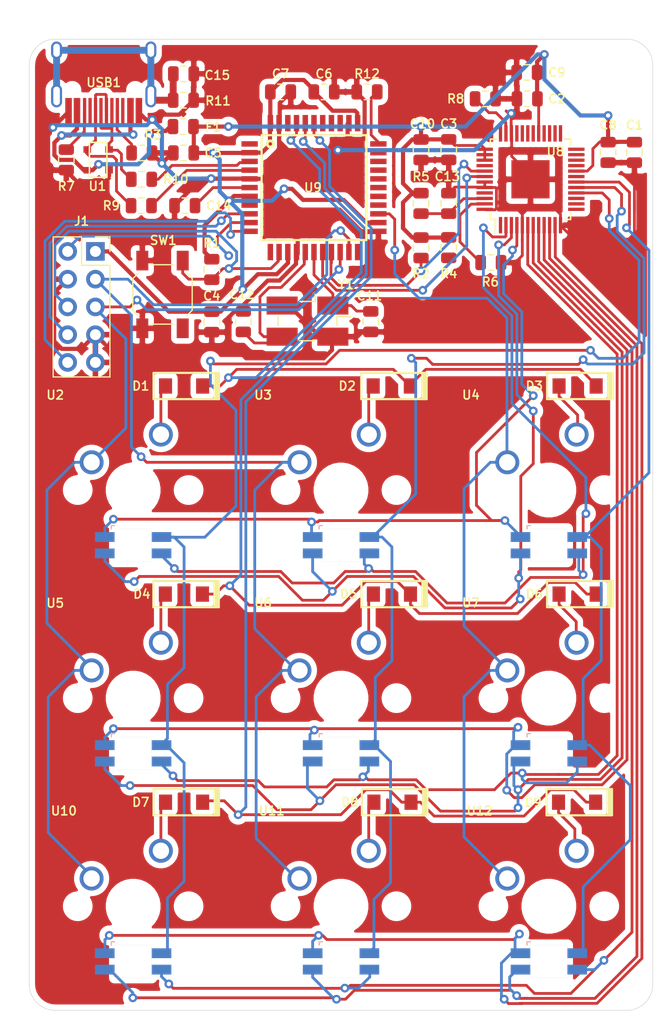
<source format=kicad_pcb>
(kicad_pcb (version 20171130) (host pcbnew "(5.1.4)-1")
  (layers (0 F.Cu signal) (31 B.Cu signal) (34 B.Paste user) (35 F.Paste user) (36 B.SilkS user) (37 F.SilkS user) (38 B.Mask user) (39 F.Mask user) (44 Edge.Cuts user))
  (net 0 "")
  (net 1 GND)
  (net 2 +5V)
  (net 3 "Net-(C11-Pad1)")
  (net 4 "Net-(C12-Pad1)")
  (net 5 "Net-(C13-Pad1)")
  (net 6 "Net-(C14-Pad2)")
  (net 7 "Net-(C15-Pad1)")
  (net 8 "Net-(D1-Pad2)")
  (net 9 R1)
  (net 10 "Net-(D2-Pad2)")
  (net 11 "Net-(D3-Pad2)")
  (net 12 "Net-(D4-Pad2)")
  (net 13 R2)
  (net 14 "Net-(D5-Pad2)")
  (net 15 "Net-(D6-Pad2)")
  (net 16 "Net-(D7-Pad2)")
  (net 17 R3)
  (net 18 "Net-(D8-Pad2)")
  (net 19 "Net-(D9-Pad2)")
  (net 20 VBUS)
  (net 21 MISO)
  (net 22 SCK)
  (net 23 RST)
  (net 24 C1)
  (net 25 C2)
  (net 26 MOSI)
  (net 27 SDA)
  (net 28 "Net-(R3-Pad2)")
  (net 29 SCL)
  (net 30 "Net-(R6-Pad1)")
  (net 31 "Net-(R7-Pad2)")
  (net 32 "Net-(R8-Pad2)")
  (net 33 D+)
  (net 34 "Net-(R9-Pad1)")
  (net 35 D-)
  (net 36 "Net-(R10-Pad1)")
  (net 37 "Net-(R12-Pad2)")
  (net 38 CS1)
  (net 39 SW1)
  (net 40 SW2)
  (net 41 SW3)
  (net 42 CS2)
  (net 43 CS3)
  (net 44 C3)
  (net 45 SW4)
  (net 46 SW5)
  (net 47 SW6)
  (net 48 "Net-(U8-Pad45)")
  (net 49 "Net-(U8-Pad40)")
  (net 50 "Net-(U8-Pad36)")
  (net 51 "Net-(U8-Pad33)")
  (net 52 "Net-(U8-Pad32)")
  (net 53 "Net-(U8-Pad31)")
  (net 54 "Net-(U8-Pad30)")
  (net 55 "Net-(U8-Pad28)")
  (net 56 "Net-(U8-Pad27)")
  (net 57 "Net-(U8-Pad26)")
  (net 58 "Net-(U8-Pad25)")
  (net 59 "Net-(U8-Pad24)")
  (net 60 "Net-(U8-Pad23)")
  (net 61 "Net-(U8-Pad22)")
  (net 62 "Net-(U8-Pad21)")
  (net 63 "Net-(U8-Pad19)")
  (net 64 "Net-(U8-Pad15)")
  (net 65 "Net-(U8-Pad14)")
  (net 66 "Net-(U8-Pad13)")
  (net 67 SW9)
  (net 68 SW8)
  (net 69 SW7)
  (net 70 "Net-(U8-Pad1)")
  (net 71 "Net-(U9-Pad42)")
  (net 72 "Net-(U9-Pad38)")
  (net 73 "Net-(U9-Pad37)")
  (net 74 "Net-(U9-Pad36)")
  (net 75 "Net-(U9-Pad32)")
  (net 76 "Net-(U9-Pad31)")
  (net 77 "Net-(U9-Pad30)")
  (net 78 "Net-(U9-Pad29)")
  (net 79 "Net-(U9-Pad28)")
  (net 80 "Net-(U9-Pad27)")
  (net 81 "Net-(U9-Pad26)")
  (net 82 "Net-(U9-Pad22)")
  (net 83 "Net-(U9-Pad12)")
  (net 84 "Net-(U9-Pad8)")
  (net 85 "Net-(U9-Pad1)")
  (net 86 "Net-(USB1-Pad3)")
  (net 87 "Net-(USB1-Pad9)")
  (module Fuse:Fuse_0805_2012Metric (layer F.Cu) (at 167.3075 49.276 180)
    (fp_text reference F1 (at -2.7455 -0.0635) (layer F.SilkS) (effects (font (size 0.8 0.8))))
    (fp_text value Polyfuse_Small)
    (pad 1 smd roundrect (at -0.9375 0 180) (size 0.975 1.4) (layers F.Cu F.Paste F.Mask) (net 2 +5V))
    (pad 2 smd roundrect (at 0.9375 0 180) (size 0.975 1.4) (layers F.Cu F.Paste F.Mask) (net 20 VBUS))
  )
  (module Keebio-Parts:D_SOD123 (layer F.Cu) (at 203.405 111.125 180)
    (fp_text reference D9 (at 4.03125 0) (layer F.SilkS) (effects (font (size 0.8 0.8))))
    (fp_text value D_Small hide)
    (pad 1 smd rect (at -1.7 0 180) (size 1.2 1.4) (layers F.Cu F.Paste F.Mask) (net 17 R3))
    (pad 2 smd rect (at 1.7 0 180) (size 1.2 1.4) (layers F.Cu F.Paste F.Mask) (net 19 "Net-(D9-Pad2)"))
  )
  (module Keebio-Parts:D_SOD123 (layer F.Cu) (at 186.485 111.125 180)
    (fp_text reference D8 (at 3.90625 0) (layer F.SilkS) (effects (font (size 0.8 0.8))))
    (fp_text value D_Small hide)
    (pad 1 smd rect (at -1.7 0 180) (size 1.2 1.4) (layers F.Cu F.Paste F.Mask) (net 17 R3))
    (pad 2 smd rect (at 1.7 0 180) (size 1.2 1.4) (layers F.Cu F.Paste F.Mask) (net 18 "Net-(D8-Pad2)"))
  )
  (module Keebio-Parts:D_SOD123 (layer F.Cu) (at 167.386 111.125 180)
    (fp_text reference D7 (at 3.96875 0) (layer F.SilkS) (effects (font (size 0.8 0.8))))
    (fp_text value D_Small hide)
    (pad 1 smd rect (at -1.7 0 180) (size 1.2 1.4) (layers F.Cu F.Paste F.Mask) (net 17 R3))
    (pad 2 smd rect (at 1.7 0 180) (size 1.2 1.4) (layers F.Cu F.Paste F.Mask) (net 16 "Net-(D7-Pad2)"))
  )
  (module Keebio-Parts:D_SOD123 (layer F.Cu) (at 203.454 92.075 180)
    (fp_text reference D6 (at 3.96875 0) (layer F.SilkS) (effects (font (size 0.8 0.8))))
    (fp_text value D_Small hide)
    (pad 2 smd rect (at 1.7 0 180) (size 1.2 1.4) (layers F.Cu F.Paste F.Mask) (net 15 "Net-(D6-Pad2)"))
    (pad 1 smd rect (at -1.7 0 180) (size 1.2 1.4) (layers F.Cu F.Paste F.Mask) (net 13 R2))
  )
  (module Keebio-Parts:D_SOD123 (layer F.Cu) (at 186.436 92.075 180)
    (fp_text reference D5 (at 3.96875 0) (layer F.SilkS) (effects (font (size 0.8 0.8))))
    (fp_text value D_Small hide)
    (pad 1 smd rect (at -1.7 0 180) (size 1.2 1.4) (layers F.Cu F.Paste F.Mask) (net 13 R2))
    (pad 2 smd rect (at 1.7 0 180) (size 1.2 1.4) (layers F.Cu F.Paste F.Mask) (net 14 "Net-(D5-Pad2)"))
  )
  (module Keebio-Parts:D_SOD123 (layer F.Cu) (at 167.36875 92.075 180)
    (fp_text reference D4 (at 3.85625 0 180) (layer F.SilkS) (effects (font (size 0.8 0.8))))
    (fp_text value D_Small hide)
    (pad 1 smd rect (at -1.7 0 180) (size 1.2 1.4) (layers F.Cu F.Paste F.Mask) (net 13 R2))
    (pad 2 smd rect (at 1.7 0 180) (size 1.2 1.4) (layers F.Cu F.Paste F.Mask) (net 12 "Net-(D4-Pad2)"))
  )
  (module Keebio-Parts:D_SOD123 (layer F.Cu) (at 203.454 73.025 180)
    (fp_text reference D3 (at 3.96875 0) (layer F.SilkS) (effects (font (size 0.8 0.8))))
    (fp_text value D_Small hide)
    (pad 1 smd rect (at -1.7 0 180) (size 1.2 1.4) (layers F.Cu F.Paste F.Mask) (net 9 R1))
    (pad 2 smd rect (at 1.7 0 180) (size 1.2 1.4) (layers F.Cu F.Paste F.Mask) (net 11 "Net-(D3-Pad2)"))
  )
  (module Keebio-Parts:D_SOD123 (layer F.Cu) (at 186.41875 73.025 180)
    (fp_text reference D2 (at 4.08125 0) (layer F.SilkS) (effects (font (size 0.8 0.8))))
    (fp_text value D_Small hide)
    (pad 1 smd rect (at -1.7 0 180) (size 1.2 1.4) (layers F.Cu F.Paste F.Mask) (net 9 R1))
    (pad 2 smd rect (at 1.7 0 180) (size 1.2 1.4) (layers F.Cu F.Paste F.Mask) (net 10 "Net-(D2-Pad2)"))
  )
  (module Keebio-Parts:D_SOD123 (layer F.Cu) (at 167.386 73.025 180)
    (fp_text reference D1 (at 3.96875 0) (layer F.SilkS) (effects (font (size 0.8 0.8))))
    (fp_text value D_Small hide)
    (pad 1 smd rect (at -1.7 0 180) (size 1.2 1.4) (layers F.Cu F.Paste F.Mask) (net 9 R1))
    (pad 2 smd rect (at 1.7 0 180) (size 1.2 1.4) (layers F.Cu F.Paste F.Mask) (net 8 "Net-(D1-Pad2)"))
  )
  (module Resistor_SMD:R_0805_2012Metric (layer F.Cu) (at 184.15 46.101)
    (fp_text reference R12 (at 0 -1.65) (layer F.SilkS) (effects (font (size 0.8 0.8))))
    (fp_text value 10k)
    (pad 1 smd roundrect (at -0.9375 0) (size 0.975 1.4) (layers F.Cu F.Paste F.Mask) (net 1 GND))
    (pad 2 smd roundrect (at 0.9375 0) (size 0.975 1.4) (layers F.Cu F.Paste F.Mask) (net 37 "Net-(R12-Pad2)"))
  )
  (module Resistor_SMD:R_0805_2012Metric (layer F.Cu) (at 167.3225 46.863)
    (fp_text reference R11 (at 3.175 0.0635) (layer F.SilkS) (effects (font (size 0.8 0.8))))
    (fp_text value 1M)
    (pad 2 smd roundrect (at 0.9375 0) (size 0.975 1.4) (layers F.Cu F.Paste F.Mask) (net 1 GND))
    (pad 1 smd roundrect (at -0.9375 0) (size 0.975 1.4) (layers F.Cu F.Paste F.Mask) (net 7 "Net-(C15-Pad1)"))
  )
  (module Resistor_SMD:R_0805_2012Metric (layer F.Cu) (at 163.4848 54.102 180)
    (fp_text reference R10 (at -3.1392 0) (layer F.SilkS) (effects (font (size 0.8 0.8))))
    (fp_text value 22)
    (pad 2 smd roundrect (at 0.9375 0 180) (size 0.975 1.4) (layers F.Cu F.Paste F.Mask) (net 35 D-))
    (pad 1 smd roundrect (at -0.9375 0 180) (size 0.975 1.4) (layers F.Cu F.Paste F.Mask) (net 36 "Net-(R10-Pad1)"))
  )
  (module Resistor_SMD:R_0805_2012Metric (layer F.Cu) (at 163.464 56.515 180)
    (fp_text reference R9 (at 2.7455 0) (layer F.SilkS) (effects (font (size 0.8 0.8))))
    (fp_text value 22)
    (pad 2 smd roundrect (at 0.9375 0 180) (size 0.975 1.4) (layers F.Cu F.Paste F.Mask) (net 33 D+))
    (pad 1 smd roundrect (at -0.9375 0 180) (size 0.975 1.4) (layers F.Cu F.Paste F.Mask) (net 34 "Net-(R9-Pad1)"))
  )
  (module Resistor_SMD:R_0805_2012Metric (layer F.Cu) (at 194.9935 46.736 180)
    (fp_text reference R8 (at 2.7155 0) (layer F.SilkS) (effects (font (size 0.8 0.8))))
    (fp_text value 20k)
    (pad 2 smd roundrect (at 0.9375 0 180) (size 0.975 1.4) (layers F.Cu F.Paste F.Mask) (net 32 "Net-(R8-Pad2)"))
    (pad 1 smd roundrect (at -0.9375 0 180) (size 0.975 1.4) (layers F.Cu F.Paste F.Mask) (net 1 GND))
  )
  (module Resistor_SMD:R_0805_2012Metric (layer F.Cu) (at 156.591 52.324 90)
    (fp_text reference R7 (at -2.413 0 180) (layer F.SilkS) (effects (font (size 0.8 0.8))))
    (fp_text value 5.1k)
    (pad 2 smd roundrect (at 0.9375 0 90) (size 0.975 1.4) (layers F.Cu F.Paste F.Mask) (net 31 "Net-(R7-Pad2)"))
    (pad 1 smd roundrect (at -0.9375 0 90) (size 0.975 1.4) (layers F.Cu F.Paste F.Mask) (net 1 GND))
  )
  (module Resistor_SMD:R_0805_2012Metric (layer F.Cu) (at 195.5015 61.722)
    (fp_text reference R6 (at -0.0485 1.778) (layer F.SilkS) (effects (font (size 0.8 0.8))))
    (fp_text value 100k)
    (pad 2 smd roundrect (at 0.9375 0) (size 0.975 1.4) (layers F.Cu F.Paste F.Mask) (net 1 GND))
    (pad 1 smd roundrect (at -0.9375 0) (size 0.975 1.4) (layers F.Cu F.Paste F.Mask) (net 30 "Net-(R6-Pad1)"))
  )
  (module Resistor_SMD:R_0805_2012Metric (layer F.Cu) (at 189.103 56.3095 90)
    (fp_text reference R5 (at 2.4615 0 180) (layer F.SilkS) (effects (font (size 0.8 0.8))))
    (fp_text value 10k)
    (pad 2 smd roundrect (at 0.9375 0 90) (size 0.975 1.4) (layers F.Cu F.Paste F.Mask) (net 2 +5V))
    (pad 1 smd roundrect (at -0.9375 0 90) (size 0.975 1.4) (layers F.Cu F.Paste F.Mask) (net 5 "Net-(C13-Pad1)"))
  )
  (module Resistor_SMD:R_0805_2012Metric (layer F.Cu) (at 191.64046 60.35548 90)
    (fp_text reference R4 (at -2.38252 0.00254 180) (layer F.SilkS) (effects (font (size 0.8 0.8))))
    (fp_text value 1K)
    (pad 2 smd roundrect (at 0.9375 0 90) (size 0.975 1.4) (layers F.Cu F.Paste F.Mask) (net 2 +5V))
    (pad 1 smd roundrect (at -0.9375 0 90) (size 0.975 1.4) (layers F.Cu F.Paste F.Mask) (net 29 SCL))
  )
  (module Resistor_SMD:R_0805_2012Metric (layer F.Cu) (at 163.5125 51.689 180)
    (fp_text reference R3 (at -1.016 1.651) (layer F.SilkS) (effects (font (size 0.8 0.8))))
    (fp_text value 5.1k)
    (pad 2 smd roundrect (at 0.9375 0 180) (size 0.975 1.4) (layers F.Cu F.Paste F.Mask) (net 28 "Net-(R3-Pad2)"))
    (pad 1 smd roundrect (at -0.9375 0 180) (size 0.975 1.4) (layers F.Cu F.Paste F.Mask) (net 1 GND))
  )
  (module Resistor_SMD:R_0805_2012Metric (layer F.Cu) (at 189.103 60.3735 90)
    (fp_text reference R2 (at -2.3645 0 180) (layer F.SilkS) (effects (font (size 0.8 0.8))))
    (fp_text value 1k)
    (pad 2 smd roundrect (at 0.9375 0 90) (size 0.975 1.4) (layers F.Cu F.Paste F.Mask) (net 2 +5V))
    (pad 1 smd roundrect (at -0.9375 0 90) (size 0.975 1.4) (layers F.Cu F.Paste F.Mask) (net 27 SDA))
  )
  (module Resistor_SMD:R_0805_2012Metric (layer F.Cu) (at 169.926 62.357 270)
    (fp_text reference R1 (at -2.413 0 180) (layer F.SilkS) (effects (font (size 0.8 0.8))))
    (fp_text value 10k)
    (pad 2 smd roundrect (at 0.9375 0 270) (size 0.975 1.4) (layers F.Cu F.Paste F.Mask) (net 23 RST))
    (pad 1 smd roundrect (at -0.9375 0 270) (size 0.975 1.4) (layers F.Cu F.Paste F.Mask) (net 2 +5V))
  )
  (module Capacitor_SMD:C_0805_2012Metric (layer F.Cu) (at 167.3375 44.45)
    (fp_text reference C15 (at 3.0965 0.127) (layer F.SilkS) (effects (font (size 0.8 0.8))))
    (fp_text value 4.7nF)
    (pad 2 smd roundrect (at 0.9375 0) (size 0.975 1.4) (layers F.Cu F.Paste F.Mask) (net 1 GND))
    (pad 1 smd roundrect (at -0.9375 0) (size 0.975 1.4) (layers F.Cu F.Paste F.Mask) (net 7 "Net-(C15-Pad1)"))
  )
  (module Capacitor_SMD:C_0805_2012Metric (layer F.Cu) (at 167.4495 56.515)
    (fp_text reference C14 (at 3.1115 0) (layer F.SilkS) (effects (font (size 0.8 0.8))))
    (fp_text value 1uF)
    (pad 2 smd roundrect (at 0.9375 0) (size 0.975 1.4) (layers F.Cu F.Paste F.Mask) (net 6 "Net-(C14-Pad2)"))
    (pad 1 smd roundrect (at -0.9375 0) (size 0.975 1.4) (layers F.Cu F.Paste F.Mask) (net 1 GND))
  )
  (module Capacitor_SMD:C_0805_2012Metric (layer F.Cu) (at 191.643 56.3095 90)
    (fp_text reference C13 (at 2.4615 -0.127 180) (layer F.SilkS) (effects (font (size 0.8 0.8))))
    (fp_text value 1uF)
    (pad 2 smd roundrect (at 0.9375 0 90) (size 0.975 1.4) (layers F.Cu F.Paste F.Mask) (net 1 GND))
    (pad 1 smd roundrect (at -0.9375 0 90) (size 0.975 1.4) (layers F.Cu F.Paste F.Mask) (net 5 "Net-(C13-Pad1)"))
  )
  (module Capacitor_SMD:C_0805_2012Metric (layer F.Cu) (at 172.81525 67.1345 90)
    (fp_text reference C12 (at 2.4915 -0.127 180) (layer F.SilkS) (effects (font (size 0.8 0.8))))
    (fp_text value 22pF)
    (pad 1 smd roundrect (at -0.9375 0 90) (size 0.975 1.4) (layers F.Cu F.Paste F.Mask) (net 4 "Net-(C12-Pad1)"))
    (pad 2 smd roundrect (at 0.9375 0 90) (size 0.975 1.4) (layers F.Cu F.Paste F.Mask) (net 1 GND))
  )
  (module Capacitor_SMD:C_0805_2012Metric (layer F.Cu) (at 184.49925 67.1345 270)
    (fp_text reference C11 (at -2.3645 0.127 180) (layer F.SilkS) (effects (font (size 0.8 0.8))))
    (fp_text value 22pF)
    (pad 1 smd roundrect (at -0.9375 0 270) (size 0.975 1.4) (layers F.Cu F.Paste F.Mask) (net 3 "Net-(C11-Pad1)"))
    (pad 2 smd roundrect (at 0.9375 0 270) (size 0.975 1.4) (layers F.Cu F.Paste F.Mask) (net 1 GND))
  )
  (module Capacitor_SMD:C_0805_2012Metric (layer F.Cu) (at 189.103 51.39436 270)
    (fp_text reference C10 (at -2.37236 -0.127 180) (layer F.SilkS) (effects (font (size 0.8 0.8))))
    (fp_text value 0.1uF)
    (pad 2 smd roundrect (at 0.9375 0 270) (size 0.975 1.4) (layers F.Cu F.Paste F.Mask) (net 1 GND))
    (pad 1 smd roundrect (at -0.9375 0 270) (size 0.975 1.4) (layers F.Cu F.Paste F.Mask) (net 2 +5V))
  )
  (module Capacitor_SMD:C_0805_2012Metric (layer F.Cu) (at 198.8035 44.323 180)
    (fp_text reference C9 (at -2.7455 0) (layer F.SilkS) (effects (font (size 0.8 0.8))))
    (fp_text value 0.1uF)
    (pad 2 smd roundrect (at 0.9375 0 180) (size 0.975 1.4) (layers F.Cu F.Paste F.Mask) (net 1 GND))
    (pad 1 smd roundrect (at -0.9375 0 180) (size 0.975 1.4) (layers F.Cu F.Paste F.Mask) (net 2 +5V))
  )
  (module Capacitor_SMD:C_0805_2012Metric (layer F.Cu) (at 206.248 51.6405 270)
    (fp_text reference C8 (at -2.4915 0 180) (layer F.SilkS) (effects (font (size 0.8 0.8))))
    (fp_text value 0.1uF)
    (pad 2 smd roundrect (at 0.9375 0 270) (size 0.975 1.4) (layers F.Cu F.Paste F.Mask) (net 1 GND))
    (pad 1 smd roundrect (at -0.9375 0 270) (size 0.975 1.4) (layers F.Cu F.Paste F.Mask) (net 2 +5V))
  )
  (module Capacitor_SMD:C_0805_2012Metric (layer F.Cu) (at 176.2275 46.101)
    (fp_text reference C7 (at 0 -1.65) (layer F.SilkS) (effects (font (size 0.8 0.8))))
    (fp_text value 10uF)
    (pad 1 smd roundrect (at -0.9375 0) (size 0.975 1.4) (layers F.Cu F.Paste F.Mask) (net 2 +5V))
    (pad 2 smd roundrect (at 0.9375 0) (size 0.975 1.4) (layers F.Cu F.Paste F.Mask) (net 1 GND))
  )
  (module Capacitor_SMD:C_0805_2012Metric (layer F.Cu) (at 180.213 46.101)
    (fp_text reference C6 (at 0 -1.65) (layer F.SilkS) (effects (font (size 0.8 0.8))))
    (fp_text value 0.1uF)
    (pad 1 smd roundrect (at -0.9375 0) (size 0.975 1.4) (layers F.Cu F.Paste F.Mask) (net 2 +5V))
    (pad 2 smd roundrect (at 0.9375 0) (size 0.975 1.4) (layers F.Cu F.Paste F.Mask) (net 1 GND))
  )
  (module Capacitor_SMD:C_0805_2012Metric (layer F.Cu) (at 167.3375 51.689 180)
    (fp_text reference C5 (at -2.7155 0) (layer F.SilkS) (effects (font (size 0.8 0.8))))
    (fp_text value 0.1uF)
    (pad 2 smd roundrect (at 0.9375 0 180) (size 0.975 1.4) (layers F.Cu F.Paste F.Mask) (net 1 GND))
    (pad 1 smd roundrect (at -0.9375 0 180) (size 0.975 1.4) (layers F.Cu F.Paste F.Mask) (net 2 +5V))
  )
  (module Capacitor_SMD:C_0805_2012Metric (layer F.Cu) (at 169.926 67.1576 270)
    (fp_text reference C4 (at -2.3876 0 180) (layer F.SilkS) (effects (font (size 0.8 0.8))))
    (fp_text value 0.1uF)
    (pad 1 smd roundrect (at -0.9375 0 270) (size 0.975 1.4) (layers F.Cu F.Paste F.Mask) (net 2 +5V))
    (pad 2 smd roundrect (at 0.9375 0 270) (size 0.975 1.4) (layers F.Cu F.Paste F.Mask) (net 1 GND))
  )
  (module Capacitor_SMD:C_0805_2012Metric (layer F.Cu) (at 191.643 51.3865 270)
    (fp_text reference C3 (at -2.3645 0 180) (layer F.SilkS) (effects (font (size 0.8 0.8))))
    (fp_text value 0.47uF)
    (pad 2 smd roundrect (at 0.9375 0 270) (size 0.975 1.4) (layers F.Cu F.Paste F.Mask) (net 1 GND))
    (pad 1 smd roundrect (at -0.9375 0 270) (size 0.975 1.4) (layers F.Cu F.Paste F.Mask) (net 2 +5V))
  )
  (module Capacitor_SMD:C_0805_2012Metric (layer F.Cu) (at 198.8335 46.736 180)
    (fp_text reference C2 (at -2.7155 0) (layer F.SilkS) (effects (font (size 0.8 0.8))))
    (fp_text value 0.47uF)
    (pad 2 smd roundrect (at 0.9375 0 180) (size 0.975 1.4) (layers F.Cu F.Paste F.Mask) (net 1 GND))
    (pad 1 smd roundrect (at -0.9375 0 180) (size 0.975 1.4) (layers F.Cu F.Paste F.Mask) (net 2 +5V))
  )
  (module Capacitor_SMD:C_0805_2012Metric (layer F.Cu) (at 208.661 51.6405 270)
    (fp_text reference C1 (at -2.4915 0 180) (layer F.SilkS) (effects (font (size 0.8 0.8))))
    (fp_text value 0.47uF)
    (pad 2 smd roundrect (at 0.9375 0 270) (size 0.975 1.4) (layers F.Cu F.Paste F.Mask) (net 1 GND))
    (pad 1 smd roundrect (at -0.9375 0 270) (size 0.975 1.4) (layers F.Cu F.Paste F.Mask) (net 2 +5V))
  )
  (module Keebio-Parts:ATMEGA32U4-AU (layer F.Cu) (at 179.29225 54.864)
    (fp_text reference U9 (at -0.09525 0) (layer F.SilkS) (effects (font (size 0.8 0.8))))
    (fp_text value ATmega32U4-AU hide)
    (pad 1 smd rect (at -5.9 -4) (size 1.5 0.5) (layers F.Cu F.Paste F.Mask) (net 85 "Net-(U9-Pad1)"))
    (pad 2 smd rect (at -5.9 -3.2) (size 1.5 0.5) (layers F.Cu F.Paste F.Mask) (net 2 +5V))
    (pad 3 smd rect (at -5.9 -2.4) (size 1.5 0.5) (layers F.Cu F.Paste F.Mask) (net 36 "Net-(R10-Pad1)"))
    (pad 4 smd rect (at -5.9 -1.6) (size 1.5 0.5) (layers F.Cu F.Paste F.Mask) (net 34 "Net-(R9-Pad1)"))
    (pad 5 smd rect (at -5.9 -0.8) (size 1.5 0.5) (layers F.Cu F.Paste F.Mask) (net 1 GND))
    (pad 6 smd rect (at -5.9 0) (size 1.5 0.5) (layers F.Cu F.Paste F.Mask) (net 6 "Net-(C14-Pad2)"))
    (pad 7 smd rect (at -5.9 0.8) (size 1.5 0.5) (layers F.Cu F.Paste F.Mask) (net 2 +5V))
    (pad 8 smd rect (at -5.9 1.6) (size 1.5 0.5) (layers F.Cu F.Paste F.Mask) (net 84 "Net-(U9-Pad8)"))
    (pad 9 smd rect (at -5.9 2.4) (size 1.5 0.5) (layers F.Cu F.Paste F.Mask) (net 22 SCK))
    (pad 10 smd rect (at -5.9 3.2) (size 1.5 0.5) (layers F.Cu F.Paste F.Mask) (net 26 MOSI))
    (pad 11 smd rect (at -5.9 4) (size 1.5 0.5) (layers F.Cu F.Paste F.Mask) (net 21 MISO))
    (pad 12 smd rect (at -4 5.9) (size 0.5 1.5) (layers F.Cu F.Paste F.Mask) (net 83 "Net-(U9-Pad12)"))
    (pad 13 smd rect (at -3.2 5.9) (size 0.5 1.5) (layers F.Cu F.Paste F.Mask) (net 23 RST))
    (pad 14 smd rect (at -2.4 5.9) (size 0.5 1.5) (layers F.Cu F.Paste F.Mask) (net 2 +5V))
    (pad 15 smd rect (at -1.6 5.9) (size 0.5 1.5) (layers F.Cu F.Paste F.Mask) (net 1 GND))
    (pad 16 smd rect (at -0.8 5.9) (size 0.5 1.5) (layers F.Cu F.Paste F.Mask) (net 4 "Net-(C12-Pad1)"))
    (pad 17 smd rect (at 0 5.9) (size 0.5 1.5) (layers F.Cu F.Paste F.Mask) (net 3 "Net-(C11-Pad1)"))
    (pad 18 smd rect (at 0.8 5.9) (size 0.5 1.5) (layers F.Cu F.Paste F.Mask) (net 29 SCL))
    (pad 19 smd rect (at 1.6 5.9) (size 0.5 1.5) (layers F.Cu F.Paste F.Mask) (net 27 SDA))
    (pad 20 smd rect (at 2.4 5.9) (size 0.5 1.5) (layers F.Cu F.Paste F.Mask) (net 24 C1))
    (pad 21 smd rect (at 3.2 5.9) (size 0.5 1.5) (layers F.Cu F.Paste F.Mask) (net 25 C2))
    (pad 22 smd rect (at 4 5.9) (size 0.5 1.5) (layers F.Cu F.Paste F.Mask) (net 82 "Net-(U9-Pad22)"))
    (pad 23 smd rect (at 5.9 4) (size 1.5 0.5) (layers F.Cu F.Paste F.Mask) (net 1 GND))
    (pad 24 smd rect (at 5.9 3.2) (size 1.5 0.5) (layers F.Cu F.Paste F.Mask) (net 2 +5V))
    (pad 25 smd rect (at 5.9 2.4) (size 1.5 0.5) (layers F.Cu F.Paste F.Mask) (net 44 C3))
    (pad 26 smd rect (at 5.9 1.6) (size 1.5 0.5) (layers F.Cu F.Paste F.Mask) (net 81 "Net-(U9-Pad26)"))
    (pad 27 smd rect (at 5.9 0.8) (size 1.5 0.5) (layers F.Cu F.Paste F.Mask) (net 80 "Net-(U9-Pad27)"))
    (pad 28 smd rect (at 5.9 0) (size 1.5 0.5) (layers F.Cu F.Paste F.Mask) (net 79 "Net-(U9-Pad28)"))
    (pad 29 smd rect (at 5.9 -0.8) (size 1.5 0.5) (layers F.Cu F.Paste F.Mask) (net 78 "Net-(U9-Pad29)"))
    (pad 30 smd rect (at 5.9 -1.6) (size 1.5 0.5) (layers F.Cu F.Paste F.Mask) (net 77 "Net-(U9-Pad30)"))
    (pad 31 smd rect (at 5.9 -2.4) (size 1.5 0.5) (layers F.Cu F.Paste F.Mask) (net 76 "Net-(U9-Pad31)"))
    (pad 32 smd rect (at 5.9 -3.2) (size 1.5 0.5) (layers F.Cu F.Paste F.Mask) (net 75 "Net-(U9-Pad32)"))
    (pad 33 smd rect (at 5.9 -4) (size 1.5 0.5) (layers F.Cu F.Paste F.Mask) (net 37 "Net-(R12-Pad2)"))
    (pad 34 smd rect (at 4 -5.9) (size 0.5 1.5) (layers F.Cu F.Paste F.Mask) (net 2 +5V))
    (pad 35 smd rect (at 3.2 -5.9) (size 0.5 1.5) (layers F.Cu F.Paste F.Mask) (net 1 GND))
    (pad 36 smd rect (at 2.4 -5.9) (size 0.5 1.5) (layers F.Cu F.Paste F.Mask) (net 74 "Net-(U9-Pad36)"))
    (pad 37 smd rect (at 1.6 -5.9) (size 0.5 1.5) (layers F.Cu F.Paste F.Mask) (net 73 "Net-(U9-Pad37)"))
    (pad 38 smd rect (at 0.8 -5.9) (size 0.5 1.5) (layers F.Cu F.Paste F.Mask) (net 72 "Net-(U9-Pad38)"))
    (pad 39 smd rect (at 0 -5.9) (size 0.5 1.5) (layers F.Cu F.Paste F.Mask) (net 17 R3))
    (pad 40 smd rect (at -0.8 -5.9) (size 0.5 1.5) (layers F.Cu F.Paste F.Mask) (net 13 R2))
    (pad 41 smd rect (at -1.6 -5.9) (size 0.5 1.5) (layers F.Cu F.Paste F.Mask) (net 9 R1))
    (pad 42 smd rect (at -2.4 -5.9) (size 0.5 1.5) (layers F.Cu F.Paste F.Mask) (net 71 "Net-(U9-Pad42)"))
    (pad 43 smd rect (at -3.2 -5.9) (size 0.5 1.5) (layers F.Cu F.Paste F.Mask) (net 1 GND))
    (pad 44 smd rect (at -4 -5.9) (size 0.5 1.5) (layers F.Cu F.Paste F.Mask) (net 2 +5V))
  )
  (module ZOOMER_MX:Cherry-MX_PCB-Mounted_Rerverse-Mounted-RGB (layer F.Cu) (at 200.81875 101.6)
    (fp_text reference U7 (at -7.14375 -8.73125) (layer F.SilkS) (effects (font (size 0.8 0.8))))
    (fp_text value Cherry_MX_RGB)
    (fp_poly (pts (xy 1.7 6.55) (xy -1.7 6.55) (xy -1.7 3.55) (xy 1.7 3.55)) (layer Edge.Cuts) (width 0.01))
    (pad "" np_thru_hole circle (at -5.08 0) (size 1.7 1.7) (drill 1.7) (layers *.Cu *.Mask))
    (pad "" np_thru_hole circle (at 5.08 0) (size 1.7 1.7) (drill 1.7) (layers *.Cu *.Mask))
    (pad 4 smd rect (at 2.6 4.3) (size 1.8 0.9) (layers B.Cu B.Paste B.Mask) (net 43 CS3))
    (pad 3 smd rect (at 2.6 5.8) (size 1.8 0.9) (layers B.Cu B.Paste B.Mask) (net 45 SW4))
    (pad 2 smd rect (at -2.6 5.8) (size 1.8 0.9) (layers B.Cu B.Paste B.Mask) (net 46 SW5))
    (pad 1 smd rect (at -2.6 4.3) (size 1.8 0.9) (layers B.Cu B.Paste B.Mask) (net 47 SW6))
    (pad "" np_thru_hole circle (at 0 0) (size 4 4) (drill 4) (layers *.Cu *.Mask))
    (pad 6 thru_hole circle (at 2.54 -5.08) (size 2.2 2.2) (drill 1.5) (layers *.Cu *.Mask) (net 15 "Net-(D6-Pad2)"))
    (pad 5 thru_hole circle (at -3.81 -2.54) (size 2.2 2.2) (drill 1.5) (layers *.Cu *.Mask) (net 44 C3))
  )
  (module Type-C:HRO-TYPE-C-31-M-12-HandSoldering (layer F.Cu) (at 160.02 39.6875 180)
    (fp_text reference USB1 (at 0 -5.55625) (layer F.SilkS) (effects (font (size 0.8 0.8))))
    (fp_text value HRO-TYPE-C-31-M-12)
    (pad 12 smd rect (at 3.225 -8.195 180) (size 0.6 2.45) (layers F.Cu F.Paste F.Mask) (net 1 GND))
    (pad 1 smd rect (at -3.225 -8.195 180) (size 0.6 2.45) (layers F.Cu F.Paste F.Mask) (net 1 GND))
    (pad 11 smd rect (at 2.45 -8.195 180) (size 0.6 2.45) (layers F.Cu F.Paste F.Mask) (net 20 VBUS))
    (pad 2 smd rect (at -2.45 -8.195 180) (size 0.6 2.45) (layers F.Cu F.Paste F.Mask) (net 20 VBUS))
    (pad 3 smd rect (at -1.75 -8.195 180) (size 0.3 2.45) (layers F.Cu F.Paste F.Mask) (net 86 "Net-(USB1-Pad3)"))
    (pad 10 smd rect (at 1.75 -8.195 180) (size 0.3 2.45) (layers F.Cu F.Paste F.Mask) (net 31 "Net-(R7-Pad2)"))
    (pad 4 smd rect (at -1.25 -8.195 180) (size 0.3 2.45) (layers F.Cu F.Paste F.Mask) (net 28 "Net-(R3-Pad2)"))
    (pad 9 smd rect (at 1.25 -8.195 180) (size 0.3 2.45) (layers F.Cu F.Paste F.Mask) (net 87 "Net-(USB1-Pad9)"))
    (pad 5 smd rect (at -0.75 -8.195 180) (size 0.3 2.45) (layers F.Cu F.Paste F.Mask) (net 35 D-))
    (pad 8 smd rect (at 0.75 -8.195 180) (size 0.3 2.45) (layers F.Cu F.Paste F.Mask) (net 33 D+))
    (pad 7 smd rect (at 0.25 -8.195 180) (size 0.3 2.45) (layers F.Cu F.Paste F.Mask) (net 35 D-))
    (pad 6 smd rect (at -0.25 -8.195 180) (size 0.3 2.45) (layers F.Cu F.Paste F.Mask) (net 33 D+))
    (pad "" np_thru_hole circle (at 2.89 -6.25 180) (size 0.65 0.65) (drill 0.65) (layers *.Cu *.Mask))
    (pad "" np_thru_hole circle (at -2.89 -6.25 180) (size 0.65 0.65) (drill 0.65) (layers *.Cu *.Mask))
    (pad 13 thru_hole oval (at -4.32 -6.78 180) (size 1 2.1) (drill oval 0.6 1.7) (layers *.Cu B.Mask) (net 7 "Net-(C15-Pad1)"))
    (pad 13 thru_hole oval (at 4.32 -6.78 180) (size 1 2.1) (drill oval 0.6 1.7) (layers *.Cu B.Mask) (net 7 "Net-(C15-Pad1)"))
    (pad 13 thru_hole oval (at -4.32 -2.6 180) (size 1 1.6) (drill oval 0.6 1.2) (layers *.Cu B.Mask) (net 7 "Net-(C15-Pad1)"))
    (pad 13 thru_hole oval (at 4.32 -2.6 180) (size 1 1.6) (drill oval 0.6 1.2) (layers *.Cu B.Mask) (net 7 "Net-(C15-Pad1)"))
  )
  (module Keebio-Parts:SOT-143B (layer F.Cu) (at 159.512 52.324 90)
    (fp_text reference U1 (at -2.413 -0.066 180) (layer F.SilkS) (effects (font (size 0.8 0.8))))
    (fp_text value PRTR5V0U2X hide)
    (pad 4 smd rect (at -0.95 -1 90) (size 0.6 0.7) (layers F.Cu F.Paste F.Mask) (net 20 VBUS))
    (pad 3 smd rect (at 0.95 -1 90) (size 0.6 0.7) (layers F.Cu F.Paste F.Mask) (net 33 D+))
    (pad 2 smd rect (at 0.95 1 90) (size 0.6 0.7) (layers F.Cu F.Paste F.Mask) (net 35 D-))
    (pad 1 smd rect (at -0.75 1 90) (size 1 0.7) (layers F.Cu F.Paste F.Mask) (net 1 GND))
  )
  (module Button_Switch_SMD:SW_SPST_SKQG_WithStem (layer F.Cu) (at 165.409 64.643 90)
    (fp_text reference SW1 (at 4.953 0.072 180) (layer F.SilkS) (effects (font (size 0.8 0.8))))
    (fp_text value SW_Push)
    (pad 1 smd rect (at -3.1 -1.85 90) (size 1.8 1.1) (layers F.Cu F.Paste F.Mask) (net 1 GND))
    (pad 1 smd rect (at 3.1 -1.85 90) (size 1.8 1.1) (layers F.Cu F.Paste F.Mask) (net 1 GND))
    (pad 2 smd rect (at -3.1 1.85 90) (size 1.8 1.1) (layers F.Cu F.Paste F.Mask) (net 23 RST))
    (pad 2 smd rect (at 3.1 1.85 90) (size 1.8 1.1) (layers F.Cu F.Paste F.Mask) (net 23 RST))
  )
  (module Crystal:Crystal_SMD_EuroQuartz_MJ-4Pin_5.0x3.2mm_HandSoldering (layer F.Cu) (at 178.69625 67.084 180)
    (fp_text reference Y1 (at -3.517 3.33) (layer F.SilkS) (effects (font (size 0.8 0.8))))
    (fp_text value 16MHz)
    (pad 1 smd rect (at -2.325 1.425 180) (size 2.85 1.65) (layers F.Cu F.Paste F.Mask) (net 3 "Net-(C11-Pad1)"))
    (pad 2 smd rect (at 2.325 1.425 180) (size 2.85 1.65) (layers F.Cu F.Paste F.Mask) (net 1 GND))
    (pad 3 smd rect (at 2.325 -1.425 180) (size 2.85 1.65) (layers F.Cu F.Paste F.Mask) (net 4 "Net-(C12-Pad1)"))
    (pad 4 smd rect (at -2.325 -1.425 180) (size 2.85 1.65) (layers F.Cu F.Paste F.Mask) (net 1 GND))
  )
  (module ZOOMER_MX:Cherry-MX_PCB-Mounted_Rerverse-Mounted-RGB (layer F.Cu) (at 200.81875 120.65)
    (fp_text reference U12 (at -6.35 -8.73125) (layer F.SilkS) (effects (font (size 0.8 0.8))))
    (fp_text value Cherry_MX_RGB)
    (fp_poly (pts (xy 1.7 6.55) (xy -1.7 6.55) (xy -1.7 3.55) (xy 1.7 3.55)) (layer Edge.Cuts) (width 0.01))
    (pad "" np_thru_hole circle (at -5.08 0) (size 1.7 1.7) (drill 1.7) (layers *.Cu *.Mask))
    (pad "" np_thru_hole circle (at 5.08 0) (size 1.7 1.7) (drill 1.7) (layers *.Cu *.Mask))
    (pad 4 smd rect (at 2.6 4.3) (size 1.8 0.9) (layers B.Cu B.Paste B.Mask) (net 43 CS3))
    (pad 3 smd rect (at 2.6 5.8) (size 1.8 0.9) (layers B.Cu B.Paste B.Mask) (net 69 SW7))
    (pad 2 smd rect (at -2.6 5.8) (size 1.8 0.9) (layers B.Cu B.Paste B.Mask) (net 68 SW8))
    (pad 1 smd rect (at -2.6 4.3) (size 1.8 0.9) (layers B.Cu B.Paste B.Mask) (net 67 SW9))
    (pad "" np_thru_hole circle (at 0 0) (size 4 4) (drill 4) (layers *.Cu *.Mask))
    (pad 6 thru_hole circle (at 2.54 -5.08) (size 2.2 2.2) (drill 1.5) (layers *.Cu *.Mask) (net 19 "Net-(D9-Pad2)"))
    (pad 5 thru_hole circle (at -3.81 -2.54) (size 2.2 2.2) (drill 1.5) (layers *.Cu *.Mask) (net 44 C3))
  )
  (module ZOOMER_MX:Cherry-MX_PCB-Mounted_Rerverse-Mounted-RGB (layer F.Cu) (at 181.76875 120.65)
    (fp_text reference U11 (at -6.35 -8.73125) (layer F.SilkS) (effects (font (size 0.8 0.8))))
    (fp_text value Cherry_MX_RGB)
    (fp_poly (pts (xy 1.7 6.55) (xy -1.7 6.55) (xy -1.7 3.55) (xy 1.7 3.55)) (layer Edge.Cuts) (width 0.01))
    (pad "" np_thru_hole circle (at -5.08 0) (size 1.7 1.7) (drill 1.7) (layers *.Cu *.Mask))
    (pad "" np_thru_hole circle (at 5.08 0) (size 1.7 1.7) (drill 1.7) (layers *.Cu *.Mask))
    (pad 4 smd rect (at 2.6 4.3) (size 1.8 0.9) (layers B.Cu B.Paste B.Mask) (net 42 CS2))
    (pad 3 smd rect (at 2.6 5.8) (size 1.8 0.9) (layers B.Cu B.Paste B.Mask) (net 69 SW7))
    (pad 2 smd rect (at -2.6 5.8) (size 1.8 0.9) (layers B.Cu B.Paste B.Mask) (net 68 SW8))
    (pad 1 smd rect (at -2.6 4.3) (size 1.8 0.9) (layers B.Cu B.Paste B.Mask) (net 67 SW9))
    (pad "" np_thru_hole circle (at 0 0) (size 4 4) (drill 4) (layers *.Cu *.Mask))
    (pad 6 thru_hole circle (at 2.54 -5.08) (size 2.2 2.2) (drill 1.5) (layers *.Cu *.Mask) (net 18 "Net-(D8-Pad2)"))
    (pad 5 thru_hole circle (at -3.81 -2.54) (size 2.2 2.2) (drill 1.5) (layers *.Cu *.Mask) (net 25 C2))
  )
  (module ZOOMER_MX:Cherry-MX_PCB-Mounted_Rerverse-Mounted-RGB (layer F.Cu) (at 162.71875 120.65)
    (fp_text reference U10 (at -6.35 -8.73125) (layer F.SilkS) (effects (font (size 0.8 0.8))))
    (fp_text value Cherry_MX_RGB)
    (fp_poly (pts (xy 1.7 6.55) (xy -1.7 6.55) (xy -1.7 3.55) (xy 1.7 3.55)) (layer Edge.Cuts) (width 0.01))
    (pad "" np_thru_hole circle (at -5.08 0) (size 1.7 1.7) (drill 1.7) (layers *.Cu *.Mask))
    (pad "" np_thru_hole circle (at 5.08 0) (size 1.7 1.7) (drill 1.7) (layers *.Cu *.Mask))
    (pad 4 smd rect (at 2.6 4.3) (size 1.8 0.9) (layers B.Cu B.Paste B.Mask) (net 38 CS1))
    (pad 3 smd rect (at 2.6 5.8) (size 1.8 0.9) (layers B.Cu B.Paste B.Mask) (net 69 SW7))
    (pad 2 smd rect (at -2.6 5.8) (size 1.8 0.9) (layers B.Cu B.Paste B.Mask) (net 68 SW8))
    (pad 1 smd rect (at -2.6 4.3) (size 1.8 0.9) (layers B.Cu B.Paste B.Mask) (net 67 SW9))
    (pad "" np_thru_hole circle (at 0 0) (size 4 4) (drill 4) (layers *.Cu *.Mask))
    (pad 6 thru_hole circle (at 2.54 -5.08) (size 2.2 2.2) (drill 1.5) (layers *.Cu *.Mask) (net 16 "Net-(D7-Pad2)"))
    (pad 5 thru_hole circle (at -3.81 -2.54) (size 2.2 2.2) (drill 1.5) (layers *.Cu *.Mask) (net 24 C1))
  )
  (module Package_QFP:TQFP-48-1EP_7x7mm_P0.5mm_EP3.5x3.5mm (layer F.Cu) (at 199.136 54.102 90)
    (fp_text reference U8 (at 2.54 2.286 180) (layer F.SilkS) (effects (font (size 0.8 0.8))))
    (fp_text value IS31FL3733-TQ)
    (pad 49 smd rect (at 0 0 90) (size 3.5 3.5) (layers F.Cu F.Mask) (net 1 GND))
    (pad 48 smd rect (at -2.75 -4.2 180) (size 1.5 0.3) (layers F.Cu F.Paste F.Mask) (net 1 GND))
    (pad 47 smd rect (at -2.25 -4.2 180) (size 1.5 0.3) (layers F.Cu F.Paste F.Mask) (net 30 "Net-(R6-Pad1)"))
    (pad 46 smd rect (at -1.75 -4.2 180) (size 1.5 0.3) (layers F.Cu F.Paste F.Mask) (net 5 "Net-(C13-Pad1)"))
    (pad 45 smd rect (at -1.25 -4.2 180) (size 1.5 0.3) (layers F.Cu F.Paste F.Mask) (net 48 "Net-(U8-Pad45)"))
    (pad 44 smd rect (at -0.75 -4.2 180) (size 1.5 0.3) (layers F.Cu F.Paste F.Mask) (net 1 GND))
    (pad 43 smd rect (at -0.25 -4.2 180) (size 1.5 0.3) (layers F.Cu F.Paste F.Mask) (net 1 GND))
    (pad 42 smd rect (at 0.25 -4.2 180) (size 1.5 0.3) (layers F.Cu F.Paste F.Mask) (net 29 SCL))
    (pad 41 smd rect (at 0.75 -4.2 180) (size 1.5 0.3) (layers F.Cu F.Paste F.Mask) (net 27 SDA))
    (pad 40 smd rect (at 1.25 -4.2 180) (size 1.5 0.3) (layers F.Cu F.Paste F.Mask) (net 49 "Net-(U8-Pad40)"))
    (pad 39 smd rect (at 1.75 -4.2 180) (size 1.5 0.3) (layers F.Cu F.Paste F.Mask) (net 2 +5V))
    (pad 38 smd rect (at 2.25 -4.2 180) (size 1.5 0.3) (layers F.Cu F.Paste F.Mask) (net 2 +5V))
    (pad 37 smd rect (at 2.75 -4.2 180) (size 1.5 0.3) (layers F.Cu F.Paste F.Mask) (net 2 +5V))
    (pad 36 smd rect (at 4.2 -2.75 90) (size 1.5 0.3) (layers F.Cu F.Paste F.Mask) (net 50 "Net-(U8-Pad36)"))
    (pad 35 smd rect (at 4.2 -2.25 90) (size 1.5 0.3) (layers F.Cu F.Paste F.Mask) (net 32 "Net-(R8-Pad2)"))
    (pad 34 smd rect (at 4.2 -1.75 90) (size 1.5 0.3) (layers F.Cu F.Paste F.Mask) (net 1 GND))
    (pad 33 smd rect (at 4.2 -1.25 90) (size 1.5 0.3) (layers F.Cu F.Paste F.Mask) (net 51 "Net-(U8-Pad33)"))
    (pad 32 smd rect (at 4.2 -0.75 90) (size 1.5 0.3) (layers F.Cu F.Paste F.Mask) (net 52 "Net-(U8-Pad32)"))
    (pad 31 smd rect (at 4.2 -0.25 90) (size 1.5 0.3) (layers F.Cu F.Paste F.Mask) (net 53 "Net-(U8-Pad31)"))
    (pad 30 smd rect (at 4.2 0.25 90) (size 1.5 0.3) (layers F.Cu F.Paste F.Mask) (net 54 "Net-(U8-Pad30)"))
    (pad 29 smd rect (at 4.2 0.75 90) (size 1.5 0.3) (layers F.Cu F.Paste F.Mask) (net 2 +5V))
    (pad 28 smd rect (at 4.2 1.25 90) (size 1.5 0.3) (layers F.Cu F.Paste F.Mask) (net 55 "Net-(U8-Pad28)"))
    (pad 27 smd rect (at 4.2 1.75 90) (size 1.5 0.3) (layers F.Cu F.Paste F.Mask) (net 56 "Net-(U8-Pad27)"))
    (pad 26 smd rect (at 4.2 2.25 90) (size 1.5 0.3) (layers F.Cu F.Paste F.Mask) (net 57 "Net-(U8-Pad26)"))
    (pad 25 smd rect (at 4.2 2.75 90) (size 1.5 0.3) (layers F.Cu F.Paste F.Mask) (net 58 "Net-(U8-Pad25)"))
    (pad 24 smd rect (at 2.75 4.2 180) (size 1.5 0.3) (layers F.Cu F.Paste F.Mask) (net 59 "Net-(U8-Pad24)"))
    (pad 23 smd rect (at 2.25 4.2 180) (size 1.5 0.3) (layers F.Cu F.Paste F.Mask) (net 60 "Net-(U8-Pad23)"))
    (pad 22 smd rect (at 1.75 4.2 180) (size 1.5 0.3) (layers F.Cu F.Paste F.Mask) (net 61 "Net-(U8-Pad22)"))
    (pad 21 smd rect (at 1.25 4.2 180) (size 1.5 0.3) (layers F.Cu F.Paste F.Mask) (net 62 "Net-(U8-Pad21)"))
    (pad 20 smd rect (at 0.75 4.2 180) (size 1.5 0.3) (layers F.Cu F.Paste F.Mask) (net 2 +5V))
    (pad 19 smd rect (at 0.25 4.2 180) (size 1.5 0.3) (layers F.Cu F.Paste F.Mask) (net 63 "Net-(U8-Pad19)"))
    (pad 18 smd rect (at -0.25 4.2 180) (size 1.5 0.3) (layers F.Cu F.Paste F.Mask) (net 43 CS3))
    (pad 17 smd rect (at -0.75 4.2 180) (size 1.5 0.3) (layers F.Cu F.Paste F.Mask) (net 42 CS2))
    (pad 16 smd rect (at -1.25 4.2 180) (size 1.5 0.3) (layers F.Cu F.Paste F.Mask) (net 38 CS1))
    (pad 15 smd rect (at -1.75 4.2 180) (size 1.5 0.3) (layers F.Cu F.Paste F.Mask) (net 64 "Net-(U8-Pad15)"))
    (pad 14 smd rect (at -2.25 4.2 180) (size 1.5 0.3) (layers F.Cu F.Paste F.Mask) (net 65 "Net-(U8-Pad14)"))
    (pad 13 smd rect (at -2.75 4.2 180) (size 1.5 0.3) (layers F.Cu F.Paste F.Mask) (net 66 "Net-(U8-Pad13)"))
    (pad 12 smd rect (at -4.2 2.75 90) (size 1.5 0.3) (layers F.Cu F.Paste F.Mask) (net 1 GND))
    (pad 11 smd rect (at -4.2 2.25 90) (size 1.5 0.3) (layers F.Cu F.Paste F.Mask) (net 67 SW9))
    (pad 10 smd rect (at -4.2 1.75 90) (size 1.5 0.3) (layers F.Cu F.Paste F.Mask) (net 68 SW8))
    (pad 9 smd rect (at -4.2 1.25 90) (size 1.5 0.3) (layers F.Cu F.Paste F.Mask) (net 69 SW7))
    (pad 8 smd rect (at -4.2 0.75 90) (size 1.5 0.3) (layers F.Cu F.Paste F.Mask) (net 47 SW6))
    (pad 7 smd rect (at -4.2 0.25 90) (size 1.5 0.3) (layers F.Cu F.Paste F.Mask) (net 46 SW5))
    (pad 6 smd rect (at -4.2 -0.25 90) (size 1.5 0.3) (layers F.Cu F.Paste F.Mask) (net 45 SW4))
    (pad 5 smd rect (at -4.2 -0.75 90) (size 1.5 0.3) (layers F.Cu F.Paste F.Mask) (net 1 GND))
    (pad 4 smd rect (at -4.2 -1.25 90) (size 1.5 0.3) (layers F.Cu F.Paste F.Mask) (net 41 SW3))
    (pad 3 smd rect (at -4.2 -1.75 90) (size 1.5 0.3) (layers F.Cu F.Paste F.Mask) (net 40 SW2))
    (pad 2 smd rect (at -4.2 -2.25 90) (size 1.5 0.3) (layers F.Cu F.Paste F.Mask) (net 39 SW1))
    (pad 1 smd rect (at -4.2 -2.75 90) (size 1.5 0.3) (layers F.Cu F.Paste F.Mask) (net 70 "Net-(U8-Pad1)"))
  )
  (module ZOOMER_MX:Cherry-MX_PCB-Mounted_Rerverse-Mounted-RGB (layer F.Cu) (at 181.76875 101.6)
    (fp_text reference U6 (at -7.14375 -8.73125) (layer F.SilkS) (effects (font (size 0.8 0.8))))
    (fp_text value Cherry_MX_RGB)
    (fp_poly (pts (xy 1.7 6.55) (xy -1.7 6.55) (xy -1.7 3.55) (xy 1.7 3.55)) (layer Edge.Cuts) (width 0.01))
    (pad "" np_thru_hole circle (at -5.08 0) (size 1.7 1.7) (drill 1.7) (layers *.Cu *.Mask))
    (pad "" np_thru_hole circle (at 5.08 0) (size 1.7 1.7) (drill 1.7) (layers *.Cu *.Mask))
    (pad 4 smd rect (at 2.6 4.3) (size 1.8 0.9) (layers B.Cu B.Paste B.Mask) (net 42 CS2))
    (pad 3 smd rect (at 2.6 5.8) (size 1.8 0.9) (layers B.Cu B.Paste B.Mask) (net 45 SW4))
    (pad 2 smd rect (at -2.6 5.8) (size 1.8 0.9) (layers B.Cu B.Paste B.Mask) (net 46 SW5))
    (pad 1 smd rect (at -2.6 4.3) (size 1.8 0.9) (layers B.Cu B.Paste B.Mask) (net 47 SW6))
    (pad "" np_thru_hole circle (at 0 0) (size 4 4) (drill 4) (layers *.Cu *.Mask))
    (pad 6 thru_hole circle (at 2.54 -5.08) (size 2.2 2.2) (drill 1.5) (layers *.Cu *.Mask) (net 14 "Net-(D5-Pad2)"))
    (pad 5 thru_hole circle (at -3.81 -2.54) (size 2.2 2.2) (drill 1.5) (layers *.Cu *.Mask) (net 25 C2))
  )
  (module ZOOMER_MX:Cherry-MX_PCB-Mounted_Rerverse-Mounted-RGB (layer F.Cu) (at 162.71875 101.6)
    (fp_text reference U5 (at -7.14375 -8.7) (layer F.SilkS) (effects (font (size 0.8 0.8))))
    (fp_text value Cherry_MX_RGB)
    (fp_poly (pts (xy 1.7 6.55) (xy -1.7 6.55) (xy -1.7 3.55) (xy 1.7 3.55)) (layer Edge.Cuts) (width 0.01))
    (pad "" np_thru_hole circle (at -5.08 0) (size 1.7 1.7) (drill 1.7) (layers *.Cu *.Mask))
    (pad "" np_thru_hole circle (at 5.08 0) (size 1.7 1.7) (drill 1.7) (layers *.Cu *.Mask))
    (pad 4 smd rect (at 2.6 4.3) (size 1.8 0.9) (layers B.Cu B.Paste B.Mask) (net 38 CS1))
    (pad 3 smd rect (at 2.6 5.8) (size 1.8 0.9) (layers B.Cu B.Paste B.Mask) (net 45 SW4))
    (pad 2 smd rect (at -2.6 5.8) (size 1.8 0.9) (layers B.Cu B.Paste B.Mask) (net 46 SW5))
    (pad 1 smd rect (at -2.6 4.3) (size 1.8 0.9) (layers B.Cu B.Paste B.Mask) (net 47 SW6))
    (pad "" np_thru_hole circle (at 0 0) (size 4 4) (drill 4) (layers *.Cu *.Mask))
    (pad 6 thru_hole circle (at 2.54 -5.08) (size 2.2 2.2) (drill 1.5) (layers *.Cu *.Mask) (net 12 "Net-(D4-Pad2)"))
    (pad 5 thru_hole circle (at -3.81 -2.54) (size 2.2 2.2) (drill 1.5) (layers *.Cu *.Mask) (net 24 C1))
  )
  (module ZOOMER_MX:Cherry-MX_PCB-Mounted_Rerverse-Mounted-RGB (layer F.Cu) (at 200.81875 82.55)
    (fp_text reference U4 (at -7.14375 -8.7) (layer F.SilkS) (effects (font (size 0.8 0.8))))
    (fp_text value Cherry_MX_RGB)
    (fp_poly (pts (xy 1.7 6.55) (xy -1.7 6.55) (xy -1.7 3.55) (xy 1.7 3.55)) (layer Edge.Cuts) (width 0.01))
    (pad "" np_thru_hole circle (at -5.08 0) (size 1.7 1.7) (drill 1.7) (layers *.Cu *.Mask))
    (pad "" np_thru_hole circle (at 5.08 0) (size 1.7 1.7) (drill 1.7) (layers *.Cu *.Mask))
    (pad 4 smd rect (at 2.6 4.3) (size 1.8 0.9) (layers B.Cu B.Paste B.Mask) (net 43 CS3))
    (pad 3 smd rect (at 2.6 5.8) (size 1.8 0.9) (layers B.Cu B.Paste B.Mask) (net 39 SW1))
    (pad 2 smd rect (at -2.6 5.8) (size 1.8 0.9) (layers B.Cu B.Paste B.Mask) (net 40 SW2))
    (pad 1 smd rect (at -2.6 4.3) (size 1.8 0.9) (layers B.Cu B.Paste B.Mask) (net 41 SW3))
    (pad "" np_thru_hole circle (at 0 0) (size 4 4) (drill 4) (layers *.Cu *.Mask))
    (pad 6 thru_hole circle (at 2.54 -5.08) (size 2.2 2.2) (drill 1.5) (layers *.Cu *.Mask) (net 11 "Net-(D3-Pad2)"))
    (pad 5 thru_hole circle (at -3.81 -2.54) (size 2.2 2.2) (drill 1.5) (layers *.Cu *.Mask) (net 44 C3))
  )
  (module ZOOMER_MX:Cherry-MX_PCB-Mounted_Rerverse-Mounted-RGB (layer F.Cu) (at 181.76875 82.55)
    (fp_text reference U3 (at -7.14375 -8.7) (layer F.SilkS) (effects (font (size 0.8 0.8))))
    (fp_text value Cherry_MX_RGB)
    (fp_poly (pts (xy 1.7 6.55) (xy -1.7 6.55) (xy -1.7 3.55) (xy 1.7 3.55)) (layer Edge.Cuts) (width 0.01))
    (pad "" np_thru_hole circle (at -5.08 0) (size 1.7 1.7) (drill 1.7) (layers *.Cu *.Mask))
    (pad "" np_thru_hole circle (at 5.08 0) (size 1.7 1.7) (drill 1.7) (layers *.Cu *.Mask))
    (pad 4 smd rect (at 2.6 4.3) (size 1.8 0.9) (layers B.Cu B.Paste B.Mask) (net 42 CS2))
    (pad 3 smd rect (at 2.6 5.8) (size 1.8 0.9) (layers B.Cu B.Paste B.Mask) (net 39 SW1))
    (pad 2 smd rect (at -2.6 5.8) (size 1.8 0.9) (layers B.Cu B.Paste B.Mask) (net 40 SW2))
    (pad 1 smd rect (at -2.6 4.3) (size 1.8 0.9) (layers B.Cu B.Paste B.Mask) (net 41 SW3))
    (pad "" np_thru_hole circle (at 0 0) (size 4 4) (drill 4) (layers *.Cu *.Mask))
    (pad 6 thru_hole circle (at 2.54 -5.08) (size 2.2 2.2) (drill 1.5) (layers *.Cu *.Mask) (net 10 "Net-(D2-Pad2)"))
    (pad 5 thru_hole circle (at -3.81 -2.54) (size 2.2 2.2) (drill 1.5) (layers *.Cu *.Mask) (net 25 C2))
  )
  (module ZOOMER_MX:Cherry-MX_PCB-Mounted_Rerverse-Mounted-RGB (layer F.Cu) (at 162.71875 82.55)
    (fp_text reference U2 (at -7.14375 -8.7) (layer F.SilkS) (effects (font (size 0.8 0.8))))
    (fp_text value Cherry_MX_RGB)
    (fp_poly (pts (xy 1.7 6.55) (xy -1.7 6.55) (xy -1.7 3.55) (xy 1.7 3.55)) (layer Edge.Cuts) (width 0.01))
    (pad "" np_thru_hole circle (at -5.08 0) (size 1.7 1.7) (drill 1.7) (layers *.Cu *.Mask))
    (pad "" np_thru_hole circle (at 5.08 0) (size 1.7 1.7) (drill 1.7) (layers *.Cu *.Mask))
    (pad 4 smd rect (at 2.6 4.3) (size 1.8 0.9) (layers B.Cu B.Paste B.Mask) (net 38 CS1))
    (pad 3 smd rect (at 2.6 5.8) (size 1.8 0.9) (layers B.Cu B.Paste B.Mask) (net 39 SW1))
    (pad 2 smd rect (at -2.6 5.8) (size 1.8 0.9) (layers B.Cu B.Paste B.Mask) (net 40 SW2))
    (pad 1 smd rect (at -2.6 4.3) (size 1.8 0.9) (layers B.Cu B.Paste B.Mask) (net 41 SW3))
    (pad "" np_thru_hole circle (at 0 0) (size 4 4) (drill 4) (layers *.Cu *.Mask))
    (pad 6 thru_hole circle (at 2.54 -5.08) (size 2.2 2.2) (drill 1.5) (layers *.Cu *.Mask) (net 8 "Net-(D1-Pad2)"))
    (pad 5 thru_hole circle (at -3.81 -2.54) (size 2.2 2.2) (drill 1.5) (layers *.Cu *.Mask) (net 24 C1))
  )
  (module Connector_PinSocket_2.54mm:PinSocket_2x05_P2.54mm_Vertical (layer F.Cu) (at 159.258 60.706)
    (fp_text reference J1 (at -1.27 -2.77) (layer F.SilkS) (effects (font (size 0.8 0.8))))
    (fp_text value Conn_02x05_Odd_Even)
    (pad 1 thru_hole rect (at 0 0) (size 1.7 1.7) (drill 1) (layers *.Cu *.Mask) (net 2 +5V))
    (pad 2 thru_hole oval (at -2.54 0) (size 1.7 1.7) (drill 1) (layers *.Cu *.Mask) (net 26 MOSI))
    (pad 3 thru_hole oval (at 0 2.54) (size 1.7 1.7) (drill 1) (layers *.Cu *.Mask) (net 25 C2))
    (pad 4 thru_hole oval (at -2.54 2.54) (size 1.7 1.7) (drill 1) (layers *.Cu *.Mask) (net 1 GND))
    (pad 5 thru_hole oval (at 0 5.08) (size 1.7 1.7) (drill 1) (layers *.Cu *.Mask) (net 24 C1))
    (pad 6 thru_hole oval (at -2.54 5.08) (size 1.7 1.7) (drill 1) (layers *.Cu *.Mask) (net 23 RST))
    (pad 7 thru_hole oval (at 0 7.62) (size 1.7 1.7) (drill 1) (layers *.Cu *.Mask) (net 1 GND))
    (pad 8 thru_hole oval (at -2.54 7.62) (size 1.7 1.7) (drill 1) (layers *.Cu *.Mask) (net 22 SCK))
    (pad 9 thru_hole oval (at 0 10.16) (size 1.7 1.7) (drill 1) (layers *.Cu *.Mask) (net 1 GND))
    (pad 10 thru_hole oval (at -2.54 10.16) (size 1.7 1.7) (drill 1) (layers *.Cu *.Mask) (net 21 MISO))
  )
  (gr_arc (start 155.575 127.79375) (end 153.19375 127.79375) (angle -90) (layer Edge.Cuts) (width 0.05))
  (gr_arc (start 155.575 43.65625) (end 155.575 41.275) (angle -90) (layer Edge.Cuts) (width 0.05))
  (gr_line (start 207.9625 41.275) (end 155.575 41.275) (layer Edge.Cuts) (width 0.05))
  (gr_line (start 153.19375 127.79375) (end 153.19375 43.65625) (layer Edge.Cuts) (width 0.05))
  (gr_line (start 207.9625 130.175) (end 155.575 130.175) (layer Edge.Cuts) (width 0.05))
  (gr_arc (start 207.9625 127.79375) (end 207.9625 130.175) (angle -90) (layer Edge.Cuts) (width 0.05))
  (gr_line (start 210.34375 43.65625) (end 210.34375 127.79375) (layer Edge.Cuts) (width 0.05))
  (gr_arc (start 207.9625 43.65625) (end 210.34375 43.65625) (angle -90) (layer Edge.Cuts) (width 0.05))
  (segment (start 176.37125 65.659) (end 177.00625 65.659) (width 0.381) (layer F.Cu) (net 1))
  (segment (start 177.00625 65.659) (end 179.67325 68.326) (width 0.381) (layer F.Cu) (net 1))
  (segment (start 179.67325 68.326) (end 180.94325 68.326) (width 0.381) (layer F.Cu) (net 1))
  (segment (start 183.69925 68.072) (end 183.19125 68.58) (width 0.381) (layer F.Cu) (net 1))
  (segment (start 184.49925 68.072) (end 183.69925 68.072) (width 0.381) (layer F.Cu) (net 1))
  (segment (start 183.19125 68.58) (end 180.94325 68.58) (width 0.381) (layer F.Cu) (net 1))
  (segment (start 172.01525 66.197) (end 171.54525 66.667) (width 0.381) (layer F.Cu) (net 1))
  (segment (start 172.81525 66.197) (end 172.01525 66.197) (width 0.381) (layer F.Cu) (net 1))
  (segment (start 171.54525 66.667) (end 171.54525 68.39898) (width 0.381) (layer F.Cu) (net 1))
  (segment (start 171.54525 68.39898) (end 171.54525 68.961) (width 0.381) (layer F.Cu) (net 1))
  (segment (start 171.54525 68.961) (end 173.06925 70.485) (width 0.381) (layer F.Cu) (net 1))
  (segment (start 173.06925 70.485) (end 180.18125 70.485) (width 0.381) (layer F.Cu) (net 1))
  (segment (start 180.18125 70.485) (end 180.94325 69.723) (width 0.381) (layer F.Cu) (net 1))
  (segment (start 180.94325 69.723) (end 180.94325 68.58) (width 0.381) (layer F.Cu) (net 1))
  (segment (start 172.81525 65.6095) (end 175.05175 63.373) (width 0.381) (layer F.Cu) (net 1))
  (segment (start 172.81525 66.197) (end 172.81525 65.6095) (width 0.381) (layer F.Cu) (net 1))
  (segment (start 163.22401 47.90801) (end 163.195 47.879) (width 0.381) (layer F.Cu) (net 1))
  (segment (start 155.368699 49.355301) (end 156.718 48.006) (width 0.381) (layer F.Cu) (net 1))
  (via (at 155.368699 49.355301) (size 0.8) (drill 0.4) (layers F.Cu B.Cu) (net 1))
  (via (at 164.465 48.641) (size 0.8) (drill 0.4) (layers F.Cu B.Cu) (net 1))
  (segment (start 163.899315 48.641) (end 163.195 47.936685) (width 0.381) (layer F.Cu) (net 1))
  (segment (start 164.465 48.641) (end 163.899315 48.641) (width 0.381) (layer F.Cu) (net 1))
  (segment (start 163.195 47.936685) (end 163.195 47.498) (width 0.381) (layer F.Cu) (net 1))
  (segment (start 155.575 53.34) (end 156.591 53.34) (width 0.381) (layer F.Cu) (net 1))
  (segment (start 154.9687 49.7553) (end 155.368699 49.355301) (width 0.381) (layer F.Cu) (net 1))
  (segment (start 154.91948 49.80452) (end 154.9687 49.7553) (width 0.381) (layer F.Cu) (net 1))
  (segment (start 154.91948 52.133632) (end 154.91948 49.80452) (width 0.381) (layer F.Cu) (net 1))
  (segment (start 154.94 52.154152) (end 154.91948 52.133632) (width 0.381) (layer F.Cu) (net 1))
  (segment (start 154.94 52.705) (end 154.94 52.154152) (width 0.381) (layer F.Cu) (net 1))
  (segment (start 154.94 52.705) (end 155.575 53.34) (width 0.381) (layer F.Cu) (net 1))
  (segment (start 160.512 53.955) (end 160.111 54.356) (width 0.381) (layer F.Cu) (net 1))
  (segment (start 160.512 53.074) (end 160.512 53.955) (width 0.381) (layer F.Cu) (net 1))
  (segment (start 160.111 54.356) (end 157.607 54.356) (width 0.381) (layer F.Cu) (net 1))
  (segment (start 157.607 54.356) (end 156.591 53.34) (width 0.381) (layer F.Cu) (net 1))
  (segment (start 168.275 44.45) (end 168.275 45.25) (width 0.381) (layer F.Cu) (net 1))
  (segment (start 168.275 45.25) (end 168.275 46.863) (width 0.381) (layer F.Cu) (net 1))
  (via (at 165.354 52.6415) (size 0.8) (drill 0.4) (layers F.Cu B.Cu) (net 1))
  (segment (start 164.45 51.7375) (end 165.354 52.6415) (width 0.381) (layer F.Cu) (net 1))
  (segment (start 164.45 51.689) (end 164.45 51.7375) (width 0.381) (layer F.Cu) (net 1))
  (via (at 169.8625 54.0385) (size 0.8) (drill 0.4) (layers F.Cu B.Cu) (net 1))
  (segment (start 166.751 54.0385) (end 165.354 52.6415) (width 0.381) (layer B.Cu) (net 1))
  (segment (start 169.8625 54.0385) (end 166.751 54.0385) (width 0.381) (layer B.Cu) (net 1))
  (segment (start 168.9885 54.0385) (end 169.8625 54.0385) (width 0.381) (layer F.Cu) (net 1))
  (segment (start 166.512 56.515) (end 168.9885 54.0385) (width 0.381) (layer F.Cu) (net 1))
  (segment (start 165.354 49.53) (end 164.465 48.641) (width 0.381) (layer B.Cu) (net 1))
  (segment (start 165.354 52.6415) (end 165.354 49.53) (width 0.381) (layer B.Cu) (net 1))
  (segment (start 171.54525 66.99645) (end 171.54525 66.667) (width 0.381) (layer F.Cu) (net 1))
  (segment (start 169.6466 68.0951) (end 170.4466 68.0951) (width 0.381) (layer F.Cu) (net 1))
  (segment (start 176.149 63.373) (end 176.149 63.3476) (width 0.381) (layer F.Cu) (net 1))
  (segment (start 175.05175 63.373) (end 176.149 63.373) (width 0.381) (layer F.Cu) (net 1))
  (segment (start 171.54525 67.74502) (end 171.54525 66.667) (width 0.381) (layer F.Cu) (net 1))
  (segment (start 171.19517 68.0951) (end 171.54525 67.74502) (width 0.381) (layer F.Cu) (net 1))
  (segment (start 169.926 68.0951) (end 171.19517 68.0951) (width 0.381) (layer F.Cu) (net 1))
  (segment (start 174.52325 54.064) (end 177.8 57.34075) (width 0.381) (layer F.Cu) (net 1))
  (segment (start 173.39225 54.064) (end 174.52325 54.064) (width 0.381) (layer F.Cu) (net 1))
  (segment (start 177.8 57.34075) (end 177.8 60.96) (width 0.381) (layer F.Cu) (net 1))
  (segment (start 174.52325 54.064) (end 176.022 52.56525) (width 0.381) (layer F.Cu) (net 1))
  (segment (start 176.09225 52.495) (end 176.022 52.56525) (width 0.381) (layer F.Cu) (net 1))
  (segment (start 166.3065 51.689) (end 165.354 52.6415) (width 0.381) (layer F.Cu) (net 1))
  (segment (start 166.4 51.689) (end 166.3065 51.689) (width 0.381) (layer F.Cu) (net 1))
  (segment (start 164.864999 48.241001) (end 164.465 48.641) (width 0.381) (layer F.Cu) (net 1))
  (segment (start 164.92051 48.18549) (end 164.864999 48.241001) (width 0.381) (layer F.Cu) (net 1))
  (segment (start 166.93751 48.18549) (end 164.92051 48.18549) (width 0.381) (layer F.Cu) (net 1))
  (segment (start 168.26 46.863) (end 166.93751 48.18549) (width 0.381) (layer F.Cu) (net 1))
  (segment (start 173.6725 54.0385) (end 173.736 54.102) (width 0.381) (layer F.Cu) (net 1))
  (segment (start 164.49 61.543) (end 166.497 59.536) (width 0.381) (layer F.Cu) (net 1))
  (segment (start 163.559 61.543) (end 164.49 61.543) (width 0.381) (layer F.Cu) (net 1))
  (segment (start 166.497 59.536) (end 166.497 56.515) (width 0.381) (layer F.Cu) (net 1))
  (segment (start 176.09225 50.34875) (end 176.09225 50.61625) (width 0.381) (layer F.Cu) (net 1))
  (segment (start 176.09225 50.34875) (end 176.09225 52.495) (width 0.381) (layer F.Cu) (net 1))
  (segment (start 176.09225 48.964) (end 176.09225 50.34875) (width 0.381) (layer F.Cu) (net 1))
  (segment (start 176.09225 50.61625) (end 176.911 51.435) (width 0.381) (layer F.Cu) (net 1))
  (segment (start 181.483 51.435) (end 182.372 50.546) (width 0.381) (layer F.Cu) (net 1))
  (segment (start 176.911 51.435) (end 181.483 51.435) (width 0.381) (layer F.Cu) (net 1))
  (segment (start 182.372 50.546) (end 182.372 49.022) (width 0.381) (layer F.Cu) (net 1))
  (segment (start 181.1505 46.101) (end 181.738 46.101) (width 0.381) (layer F.Cu) (net 1))
  (segment (start 181.738 46.101) (end 183.388 46.101) (width 0.381) (layer F.Cu) (net 1))
  (segment (start 177.165 46.101) (end 176.149 47.117) (width 0.381) (layer F.Cu) (net 1))
  (segment (start 176.149 47.117) (end 176.149 48.768) (width 0.381) (layer F.Cu) (net 1))
  (segment (start 183.932751 50.333624) (end 183.932751 46.899751) (width 0.381) (layer F.Cu) (net 1))
  (segment (start 182.372 50.546) (end 183.720375 50.546) (width 0.381) (layer F.Cu) (net 1))
  (segment (start 183.720375 50.546) (end 183.932751 50.333624) (width 0.381) (layer F.Cu) (net 1))
  (segment (start 183.932751 46.899751) (end 183.261 46.228) (width 0.381) (layer F.Cu) (net 1))
  (segment (start 176.149 63.3476) (end 177.64125 61.85535) (width 0.381) (layer F.Cu) (net 1))
  (segment (start 177.64125 61.85535) (end 177.64125 60.452) (width 0.381) (layer F.Cu) (net 1))
  (segment (start 169.8625 54.0385) (end 173.6725 54.0385) (width 0.381) (layer F.Cu) (net 1))
  (segment (start 155.477499 68.921441) (end 156.181557 69.625499) (width 0.381) (layer F.Cu) (net 1))
  (segment (start 156.718 63.246) (end 155.477499 64.486501) (width 0.381) (layer F.Cu) (net 1))
  (segment (start 155.477499 64.486501) (end 155.477499 68.921441) (width 0.381) (layer F.Cu) (net 1))
  (segment (start 159.258 70.866) (end 159.258 69.663919) (width 0.381) (layer B.Cu) (net 1))
  (segment (start 159.258 69.663919) (end 159.258 68.199) (width 0.381) (layer B.Cu) (net 1))
  (segment (start 197.896 46.736) (end 197.896 44.48) (width 0.381) (layer F.Cu) (net 1))
  (segment (start 197.896 44.48) (end 197.866 44.45) (width 0.381) (layer F.Cu) (net 1))
  (segment (start 197.363001 48.068999) (end 197.363001 48.890399) (width 0.254) (layer F.Cu) (net 1))
  (segment (start 197.896 46.736) (end 197.896 47.536) (width 0.254) (layer F.Cu) (net 1))
  (segment (start 197.896 47.536) (end 197.363001 48.068999) (width 0.254) (layer F.Cu) (net 1))
  (segment (start 197.363001 48.890399) (end 197.363001 49.784) (width 0.254) (layer F.Cu) (net 1))
  (segment (start 195.931 46.736) (end 196.5185 46.736) (width 0.254) (layer F.Cu) (net 1))
  (segment (start 196.5185 46.736) (end 197.739 46.736) (width 0.254) (layer F.Cu) (net 1))
  (segment (start 189.903 52.33186) (end 189.91086 52.324) (width 0.381) (layer F.Cu) (net 1))
  (segment (start 189.103 52.33186) (end 189.903 52.33186) (width 0.381) (layer F.Cu) (net 1))
  (segment (start 189.91086 52.324) (end 191.77 52.324) (width 0.381) (layer F.Cu) (net 1))
  (segment (start 192.199237 54.815763) (end 194.896763 54.815763) (width 0.254) (layer F.Cu) (net 1))
  (segment (start 191.643 55.372) (end 192.199237 54.815763) (width 0.254) (layer F.Cu) (net 1))
  (segment (start 194.896763 54.815763) (end 194.945 54.864) (width 0.254) (layer F.Cu) (net 1))
  (segment (start 194.945 54.864) (end 194.945 54.356) (width 0.254) (layer F.Cu) (net 1))
  (segment (start 191.643 52.324) (end 191.643 55.372) (width 0.381) (layer F.Cu) (net 1))
  (segment (start 196.013001 56.763601) (end 195.880602 56.896) (width 0.254) (layer F.Cu) (net 1))
  (segment (start 194.936 54.852) (end 195.94 54.852) (width 0.254) (layer F.Cu) (net 1))
  (segment (start 195.94 54.852) (end 196.013001 54.925001) (width 0.254) (layer F.Cu) (net 1))
  (segment (start 206.248 52.578) (end 208.153 52.578) (width 0.381) (layer F.Cu) (net 1))
  (segment (start 208.153 52.578) (end 208.28 52.705) (width 0.381) (layer F.Cu) (net 1))
  (segment (start 195.880602 56.896) (end 195.072 56.896) (width 0.254) (layer F.Cu) (net 1))
  (segment (start 198.386 57.298) (end 197.857 56.769) (width 0.254) (layer F.Cu) (net 1))
  (segment (start 198.386 58.302) (end 198.386 57.298) (width 0.254) (layer F.Cu) (net 1))
  (segment (start 196.700002 56.769) (end 196.013001 56.081999) (width 0.254) (layer F.Cu) (net 1))
  (segment (start 197.857 56.769) (end 196.700002 56.769) (width 0.254) (layer F.Cu) (net 1))
  (segment (start 196.013001 54.925001) (end 196.013001 56.081999) (width 0.254) (layer F.Cu) (net 1))
  (segment (start 196.013001 56.081999) (end 196.013001 56.763601) (width 0.254) (layer F.Cu) (net 1))
  (segment (start 199.136 54.102) (end 198.882 54.102) (width 1.27) (layer F.Cu) (net 1))
  (segment (start 197.386 49.902) (end 197.386 50.137) (width 0.254) (layer F.Cu) (net 1))
  (segment (start 197.386 50.137) (end 197.408999 50.159999) (width 0.254) (layer F.Cu) (net 1))
  (segment (start 201.886 57.313398) (end 201.341602 56.769) (width 0.254) (layer F.Cu) (net 1))
  (segment (start 201.886 58.302) (end 201.886 57.313398) (width 0.254) (layer F.Cu) (net 1))
  (segment (start 198.915 56.769) (end 198.386 57.298) (width 0.254) (layer F.Cu) (net 1))
  (segment (start 201.341602 56.769) (end 198.915 56.769) (width 0.254) (layer F.Cu) (net 1))
  (via (at 181.483 51.435) (size 0.8) (drill 0.4) (layers F.Cu B.Cu) (net 1))
  (via (at 181.483 51.435) (size 0.8) (drill 0.4) (layers F.Cu B.Cu) (net 1))
  (via (at 197.363001 48.068999) (size 0.8) (drill 0.4) (layers F.Cu B.Cu) (net 1))
  (segment (start 181.483 51.435) (end 193.997 51.435) (width 0.381) (layer B.Cu) (net 1))
  (segment (start 193.997 51.435) (end 197.363001 48.068999) (width 0.381) (layer B.Cu) (net 1))
  (segment (start 198.386 61.075) (end 198.386 59.575) (width 0.254) (layer F.Cu) (net 1))
  (segment (start 197.739 61.722) (end 198.386 61.075) (width 0.254) (layer F.Cu) (net 1))
  (segment (start 196.439 61.722) (end 197.739 61.722) (width 0.254) (layer F.Cu) (net 1))
  (segment (start 198.386 58.302) (end 198.386 59.575) (width 0.254) (layer F.Cu) (net 1))
  (segment (start 198.386 59.575) (end 198.386 59.805) (width 0.254) (layer F.Cu) (net 1))
  (segment (start 208.661 54.991) (end 208.661 52.705) (width 0.254) (layer F.Cu) (net 1))
  (segment (start 208.661 52.705) (end 208.788 52.578) (width 0.254) (layer F.Cu) (net 1))
  (segment (start 201.886 58.337) (end 204.255 60.706) (width 0.254) (layer F.Cu) (net 1))
  (segment (start 201.886 58.302) (end 201.886 58.337) (width 0.254) (layer F.Cu) (net 1))
  (segment (start 204.255 60.706) (end 207.01 60.706) (width 0.254) (layer F.Cu) (net 1))
  (segment (start 208.661 59.055) (end 208.661 56.007) (width 0.254) (layer F.Cu) (net 1))
  (segment (start 207.01 60.706) (end 208.661 59.055) (width 0.254) (layer F.Cu) (net 1))
  (segment (start 208.661 57.023) (end 208.661 56.007) (width 0.254) (layer F.Cu) (net 1))
  (segment (start 208.661 56.007) (end 208.661 54.991) (width 0.254) (layer F.Cu) (net 1))
  (segment (start 196.723 54.384) (end 196.723 56.642) (width 0.381) (layer F.Cu) (net 1))
  (segment (start 197.005 54.102) (end 196.723 54.384) (width 0.381) (layer F.Cu) (net 1))
  (segment (start 199.136 54.102) (end 197.005 54.102) (width 0.381) (layer F.Cu) (net 1))
  (segment (start 197.408999 51.993999) (end 198.247 52.832) (width 0.254) (layer F.Cu) (net 1))
  (segment (start 197.408999 50.159999) (end 197.408999 51.993999) (width 0.254) (layer F.Cu) (net 1))
  (segment (start 181.41975 57.34075) (end 177.8 57.34075) (width 0.381) (layer F.Cu) (net 1))
  (segment (start 182.943 58.864) (end 181.41975 57.34075) (width 0.381) (layer F.Cu) (net 1))
  (segment (start 185.19225 58.864) (end 182.943 58.864) (width 0.381) (layer F.Cu) (net 1))
  (segment (start 155.575 49.149) (end 155.368699 49.355301) (width 0.381) (layer B.Cu) (net 1))
  (segment (start 164.465 48.641) (end 163.957 49.149) (width 0.381) (layer B.Cu) (net 1))
  (segment (start 163.957 49.149) (end 155.575 49.149) (width 0.381) (layer B.Cu) (net 1))
  (segment (start 156.181557 69.625499) (end 157.958501 69.625499) (width 0.381) (layer F.Cu) (net 1))
  (segment (start 157.958501 69.625499) (end 159.258 68.326) (width 0.381) (layer F.Cu) (net 1))
  (segment (start 159.258 68.326) (end 160.107999 69.175999) (width 0.381) (layer F.Cu) (net 1))
  (segment (start 168.275 51.689) (end 168.275 49.149) (width 0.381) (layer F.Cu) (net 2))
  (segment (start 168.275 51.689) (end 168.8625 51.689) (width 0.381) (layer F.Cu) (net 2))
  (segment (start 169.26501 60.75851) (end 169.26501 58.31899) (width 0.381) (layer F.Cu) (net 2))
  (segment (start 169.926 61.4195) (end 169.26501 60.75851) (width 0.381) (layer F.Cu) (net 2))
  (segment (start 175.29 48.925) (end 175.387 49.022) (width 0.381) (layer F.Cu) (net 2))
  (segment (start 183.054651 47.823499) (end 183.261 48.029848) (width 0.381) (layer F.Cu) (net 2))
  (segment (start 179.2755 46.101) (end 180.997999 47.823499) (width 0.381) (layer F.Cu) (net 2))
  (segment (start 180.997999 47.823499) (end 183.054651 47.823499) (width 0.381) (layer F.Cu) (net 2))
  (segment (start 183.261 48.029848) (end 183.261 49.022) (width 0.381) (layer F.Cu) (net 2))
  (segment (start 174.52325 51.664) (end 175.26 50.92725) (width 0.381) (layer F.Cu) (net 2))
  (segment (start 173.39225 51.664) (end 174.52325 51.664) (width 0.381) (layer F.Cu) (net 2))
  (segment (start 175.26 50.92725) (end 175.26 49.022) (width 0.381) (layer F.Cu) (net 2))
  (segment (start 175.29 46.101) (end 175.29 48.925) (width 0.381) (layer F.Cu) (net 2))
  (segment (start 176.38051 45.01049) (end 178.36049 45.01049) (width 0.381) (layer F.Cu) (net 2))
  (segment (start 175.29 46.101) (end 176.38051 45.01049) (width 0.381) (layer F.Cu) (net 2))
  (segment (start 178.36049 45.01049) (end 179.324 45.974) (width 0.381) (layer F.Cu) (net 2))
  (segment (start 171.958 55.626) (end 173.355 55.626) (width 0.381) (layer F.Cu) (net 2))
  (segment (start 170.688 56.896) (end 169.26501 58.31899) (width 0.381) (layer F.Cu) (net 2))
  (via (at 170.053 51.689) (size 0.8) (drill 0.4) (layers F.Cu B.Cu) (net 2))
  (segment (start 170.653001 52.289001) (end 170.053 51.689) (width 0.381) (layer B.Cu) (net 2))
  (segment (start 168.8625 51.689) (end 170.053 51.689) (width 0.381) (layer F.Cu) (net 2))
  (segment (start 170.053 51.689) (end 173.228 51.689) (width 0.381) (layer F.Cu) (net 2))
  (via (at 171.5135 56.0705) (size 0.8) (drill 0.4) (layers F.Cu B.Cu) (net 2))
  (segment (start 170.653001 55.210001) (end 171.5135 56.0705) (width 0.381) (layer B.Cu) (net 2))
  (segment (start 170.653001 52.289001) (end 170.653001 55.210001) (width 0.381) (layer B.Cu) (net 2))
  (segment (start 170.688 56.896) (end 171.5135 56.0705) (width 0.381) (layer F.Cu) (net 2))
  (segment (start 171.5135 56.0705) (end 171.958 55.626) (width 0.381) (layer F.Cu) (net 2))
  (segment (start 160.489 60.706) (end 159.258 60.706) (width 0.381) (layer F.Cu) (net 2))
  (segment (start 169.926 66.2201) (end 166.0031 66.2201) (width 0.381) (layer F.Cu) (net 2))
  (segment (start 166.0031 66.2201) (end 160.489 60.706) (width 0.381) (layer F.Cu) (net 2))
  (segment (start 170.726 66.2201) (end 169.926 66.2201) (width 0.381) (layer F.Cu) (net 2))
  (segment (start 175.882938 62.79199) (end 174.15411 62.79199) (width 0.381) (layer F.Cu) (net 2))
  (segment (start 176.911 60.706) (end 176.911 61.763928) (width 0.381) (layer F.Cu) (net 2))
  (segment (start 176.911 61.763928) (end 175.882938 62.79199) (width 0.381) (layer F.Cu) (net 2))
  (via (at 172.76555 64.18055) (size 0.8) (drill 0.4) (layers F.Cu B.Cu) (net 2))
  (segment (start 172.72 64.135) (end 172.76555 64.18055) (width 0.381) (layer B.Cu) (net 2))
  (segment (start 172.72 57.277) (end 172.72 64.135) (width 0.381) (layer B.Cu) (net 2))
  (segment (start 171.5135 56.0705) (end 172.72 57.277) (width 0.381) (layer B.Cu) (net 2))
  (segment (start 174.15411 62.79199) (end 172.76555 64.18055) (width 0.381) (layer F.Cu) (net 2))
  (segment (start 172.76555 64.18055) (end 170.726 66.2201) (width 0.381) (layer F.Cu) (net 2))
  (via (at 176.549093 54.971907) (size 0.8) (drill 0.4) (layers F.Cu B.Cu) (net 2))
  (segment (start 175.4505 56.0705) (end 171.5135 56.0705) (width 0.381) (layer B.Cu) (net 2))
  (segment (start 176.549093 54.971907) (end 175.4505 56.0705) (width 0.381) (layer B.Cu) (net 2))
  (segment (start 199.886 49.902) (end 199.886 46.724) (width 0.254) (layer F.Cu) (net 2))
  (segment (start 199.886 46.724) (end 199.644 46.482) (width 0.254) (layer F.Cu) (net 2))
  (segment (start 199.741 44.323) (end 199.741 46.579) (width 0.381) (layer F.Cu) (net 2))
  (segment (start 199.741 46.579) (end 199.771 46.609) (width 0.381) (layer F.Cu) (net 2))
  (segment (start 192.199237 51.005237) (end 194.642237 51.005237) (width 0.254) (layer F.Cu) (net 2))
  (segment (start 191.643 50.449) (end 192.199237 51.005237) (width 0.254) (layer F.Cu) (net 2))
  (segment (start 194.642237 51.005237) (end 194.945 51.308) (width 0.254) (layer F.Cu) (net 2))
  (segment (start 194.945 51.308) (end 194.945 51.816) (width 0.254) (layer F.Cu) (net 2))
  (segment (start 194.945 51.816) (end 194.945 52.324) (width 0.254) (layer F.Cu) (net 2))
  (segment (start 191.643 50.449) (end 189.327 50.449) (width 0.381) (layer F.Cu) (net 2))
  (segment (start 189.327 50.449) (end 189.23 50.546) (width 0.381) (layer F.Cu) (net 2))
  (segment (start 188.303 50.45686) (end 187.452 51.30786) (width 0.381) (layer F.Cu) (net 2))
  (segment (start 189.103 50.45686) (end 188.303 50.45686) (width 0.381) (layer F.Cu) (net 2))
  (segment (start 187.452 51.30786) (end 187.452 54.483) (width 0.381) (layer F.Cu) (net 2))
  (segment (start 188.468 55.499) (end 188.976 55.499) (width 0.381) (layer F.Cu) (net 2))
  (segment (start 168.8325 49.276) (end 168.245 49.276) (width 0.381) (layer F.Cu) (net 2))
  (segment (start 199.741 44.323) (end 199.741 43.523) (width 0.381) (layer F.Cu) (net 2))
  (segment (start 207.048 50.703) (end 207.078 50.673) (width 0.381) (layer F.Cu) (net 2))
  (segment (start 206.248 50.703) (end 207.048 50.703) (width 0.381) (layer F.Cu) (net 2))
  (segment (start 207.078 50.673) (end 208.534 50.673) (width 0.381) (layer F.Cu) (net 2))
  (segment (start 199.741 43.523) (end 199.741 43.337) (width 0.381) (layer F.Cu) (net 2))
  (segment (start 199.741 43.337) (end 200.406 42.672) (width 0.381) (layer F.Cu) (net 2))
  (segment (start 187.452 54.483) (end 188.341 55.372) (width 0.381) (layer F.Cu) (net 2))
  (segment (start 188.341 55.372) (end 188.468 55.499) (width 0.381) (layer F.Cu) (net 2))
  (segment (start 187.452 56.223) (end 187.452 56.388) (width 0.381) (layer F.Cu) (net 2))
  (segment (start 188.303 55.372) (end 187.452 56.223) (width 0.381) (layer F.Cu) (net 2))
  (segment (start 189.103 55.372) (end 188.303 55.372) (width 0.381) (layer F.Cu) (net 2))
  (segment (start 189.103 59.436) (end 191.516 59.436) (width 0.381) (layer F.Cu) (net 2))
  (segment (start 187.452 58.585) (end 187.452 58.293) (width 0.381) (layer F.Cu) (net 2))
  (segment (start 188.303 59.436) (end 187.452 58.585) (width 0.381) (layer F.Cu) (net 2))
  (segment (start 189.103 59.436) (end 188.303 59.436) (width 0.381) (layer F.Cu) (net 2))
  (segment (start 187.452 56.388) (end 187.452 58.293) (width 0.381) (layer F.Cu) (net 2))
  (segment (start 187.452 58.293) (end 187.452 58.547) (width 0.381) (layer F.Cu) (net 2))
  (segment (start 206.248 50.673) (end 206.121 50.673) (width 0.381) (layer F.Cu) (net 2))
  (segment (start 204.34 53.352) (end 204.851 52.841) (width 0.254) (layer F.Cu) (net 2))
  (segment (start 203.336 53.352) (end 204.34 53.352) (width 0.254) (layer F.Cu) (net 2))
  (segment (start 204.851 52.841) (end 204.851 51.308) (width 0.254) (layer F.Cu) (net 2))
  (segment (start 204.851 51.308) (end 205.486 50.673) (width 0.254) (layer F.Cu) (net 2))
  (segment (start 205.486 50.673) (end 205.994 50.673) (width 0.254) (layer F.Cu) (net 2))
  (via (at 171.45 49.276) (size 0.8) (drill 0.4) (layers F.Cu B.Cu) (net 2))
  (segment (start 168.245 49.276) (end 171.45 49.276) (width 0.381) (layer F.Cu) (net 2))
  (via (at 189.103 49.276) (size 0.8) (drill 0.4) (layers F.Cu B.Cu) (net 2))
  (segment (start 171.45 49.276) (end 189.103 49.276) (width 0.381) (layer B.Cu) (net 2))
  (segment (start 189.103 50.419) (end 189.103 49.276) (width 0.381) (layer F.Cu) (net 2))
  (segment (start 189.103 49.276) (end 193.167 49.276) (width 0.381) (layer B.Cu) (net 2))
  (via (at 200.406 42.672) (size 0.8) (drill 0.4) (layers F.Cu B.Cu) (net 2))
  (segment (start 193.167 49.276) (end 199.771 42.672) (width 0.381) (layer B.Cu) (net 2))
  (segment (start 199.771 42.672) (end 200.406 42.672) (width 0.381) (layer B.Cu) (net 2))
  (via (at 206.248 48.26) (size 0.8) (drill 0.4) (layers F.Cu B.Cu) (net 2))
  (segment (start 206.248 50.703) (end 206.248 48.26) (width 0.381) (layer F.Cu) (net 2))
  (segment (start 200.406 44.958) (end 200.406 42.672) (width 0.381) (layer B.Cu) (net 2))
  (segment (start 206.248 48.26) (end 203.708 48.26) (width 0.381) (layer B.Cu) (net 2))
  (segment (start 203.708 48.26) (end 200.406 44.958) (width 0.381) (layer B.Cu) (net 2))
  (segment (start 177.272907 54.971907) (end 176.549093 54.971907) (width 0.381) (layer F.Cu) (net 2))
  (segment (start 178.288907 55.987907) (end 177.272907 54.971907) (width 0.381) (layer F.Cu) (net 2))
  (segment (start 182.006829 55.987907) (end 178.288907 55.987907) (width 0.381) (layer F.Cu) (net 2))
  (segment (start 185.19225 58.064) (end 184.082922 58.064) (width 0.381) (layer F.Cu) (net 2))
  (segment (start 184.082922 58.064) (end 182.006829 55.987907) (width 0.381) (layer F.Cu) (net 2))
  (segment (start 181.02125 64.58) (end 179.29225 62.851) (width 0.254) (layer F.Cu) (net 3))
  (segment (start 181.02125 65.659) (end 181.02125 64.58) (width 0.254) (layer F.Cu) (net 3))
  (segment (start 182.70025 65.659) (end 183.20825 66.167) (width 0.254) (layer F.Cu) (net 3))
  (segment (start 181.02125 65.659) (end 182.70025 65.659) (width 0.254) (layer F.Cu) (net 3))
  (segment (start 183.20825 66.167) (end 184.75325 66.167) (width 0.254) (layer F.Cu) (net 3))
  (segment (start 179.29225 61.835) (end 179.29225 61.69025) (width 0.254) (layer F.Cu) (net 3))
  (segment (start 179.29225 61.69025) (end 179.29225 62.851) (width 0.254) (layer F.Cu) (net 3))
  (segment (start 179.29225 61.69025) (end 179.29225 60.579) (width 0.254) (layer F.Cu) (net 3))
  (segment (start 176.831013 68.628237) (end 177.00625 68.453) (width 0.254) (layer F.Cu) (net 4))
  (segment (start 172.81525 68.072) (end 173.371487 68.628237) (width 0.254) (layer F.Cu) (net 4))
  (segment (start 173.371487 68.628237) (end 173.57725 68.834) (width 0.254) (layer F.Cu) (net 4))
  (segment (start 173.57725 68.834) (end 173.83125 69.088) (width 0.254) (layer F.Cu) (net 4))
  (segment (start 173.83125 69.088) (end 175.99025 69.088) (width 0.254) (layer F.Cu) (net 4))
  (segment (start 174.69225 68.509) (end 174.33925 68.156) (width 0.254) (layer F.Cu) (net 4))
  (segment (start 176.37125 68.509) (end 174.69225 68.509) (width 0.254) (layer F.Cu) (net 4))
  (segment (start 174.33925 68.156) (end 174.33925 64.852398) (width 0.254) (layer F.Cu) (net 4))
  (segment (start 174.33925 64.852398) (end 175.183648 64.008) (width 0.254) (layer F.Cu) (net 4))
  (segment (start 178.40325 61.70295) (end 178.40325 61.49975) (width 0.254) (layer F.Cu) (net 4))
  (segment (start 175.183648 64.008) (end 176.276 64.008) (width 0.254) (layer F.Cu) (net 4))
  (segment (start 176.276 64.008) (end 178.40325 61.88075) (width 0.254) (layer F.Cu) (net 4))
  (segment (start 178.40325 61.88075) (end 178.40325 61.70295) (width 0.254) (layer F.Cu) (net 4))
  (segment (start 178.40325 61.641602) (end 178.40325 60.452) (width 0.254) (layer F.Cu) (net 4))
  (segment (start 193.015001 55.874999) (end 194.950001 55.874999) (width 0.254) (layer F.Cu) (net 5))
  (segment (start 191.643 57.247) (end 193.015001 55.874999) (width 0.254) (layer F.Cu) (net 5))
  (segment (start 194.950001 55.874999) (end 195.072 55.874999) (width 0.254) (layer F.Cu) (net 5))
  (segment (start 191.643 57.247) (end 188.879 57.247) (width 0.254) (layer F.Cu) (net 5))
  (segment (start 188.879 57.247) (end 188.849 57.277) (width 0.254) (layer F.Cu) (net 5))
  (segment (start 168.387 56.515) (end 170.038 54.864) (width 0.254) (layer F.Cu) (net 6))
  (segment (start 170.038 54.864) (end 173.609 54.864) (width 0.254) (layer F.Cu) (net 6))
  (segment (start 155.7 44.7825) (end 155.702 44.7805) (width 0.635) (layer B.Cu) (net 7))
  (segment (start 155.7 46.4675) (end 155.7 44.7825) (width 0.635) (layer B.Cu) (net 7))
  (segment (start 155.702 44.7805) (end 155.702 42.291) (width 0.635) (layer B.Cu) (net 7))
  (segment (start 155.702 42.291) (end 164.465 42.291) (width 0.635) (layer B.Cu) (net 7))
  (segment (start 164.34 42.2875) (end 164.34 46.607) (width 0.635) (layer B.Cu) (net 7))
  (segment (start 164.34 46.607) (end 164.338 46.609) (width 0.635) (layer F.Cu) (net 7))
  (segment (start 166.385 46.863) (end 164.719 46.863) (width 0.635) (layer F.Cu) (net 7))
  (segment (start 164.719 46.863) (end 164.338 46.482) (width 0.635) (layer F.Cu) (net 7))
  (segment (start 166.385 46.863) (end 166.385 44.592) (width 0.635) (layer F.Cu) (net 7))
  (segment (start 166.385 44.592) (end 166.37 44.577) (width 0.635) (layer F.Cu) (net 7))
  (segment (start 165.25875 77.47) (end 165.25875 73.24725) (width 0.254) (layer F.Cu) (net 8))
  (segment (start 165.25875 73.24725) (end 165.608 72.898) (width 0.254) (layer F.Cu) (net 8))
  (via (at 177.165 50.546) (size 0.8) (drill 0.4) (layers F.Cu B.Cu) (net 9))
  (segment (start 177.69225 48.964) (end 177.69225 50.01875) (width 0.254) (layer F.Cu) (net 9))
  (segment (start 177.69225 50.01875) (end 177.165 50.546) (width 0.254) (layer F.Cu) (net 9))
  (via (at 171.45 72.263) (size 0.8) (drill 0.4) (layers F.Cu B.Cu) (net 9))
  (segment (start 171.45 72.263) (end 170.688 73.025) (width 0.254) (layer F.Cu) (net 9))
  (segment (start 170.688 73.025) (end 168.91 73.025) (width 0.254) (layer F.Cu) (net 9))
  (segment (start 186.563 71.501) (end 186.69 71.628) (width 0.254) (layer F.Cu) (net 9))
  (segment (start 172.212 71.501) (end 186.563 71.501) (width 0.254) (layer F.Cu) (net 9))
  (segment (start 186.69 71.628) (end 187.96 72.898) (width 0.254) (layer F.Cu) (net 9))
  (segment (start 171.45 72.263) (end 172.212 71.501) (width 0.254) (layer F.Cu) (net 9))
  (segment (start 188.11875 72.925) (end 189.54275 71.501) (width 0.254) (layer F.Cu) (net 9))
  (segment (start 188.11875 73.025) (end 188.11875 72.925) (width 0.254) (layer F.Cu) (net 9))
  (segment (start 173.975868 72.263) (end 171.45 72.263) (width 0.254) (layer B.Cu) (net 9))
  (segment (start 183.62298 62.615889) (end 173.975868 72.263) (width 0.254) (layer B.Cu) (net 9))
  (segment (start 183.62298 58.923113) (end 183.62298 62.615889) (width 0.254) (layer B.Cu) (net 9))
  (segment (start 179.81298 55.113114) (end 183.62298 58.923113) (width 0.254) (layer B.Cu) (net 9))
  (segment (start 177.165 50.546) (end 179.81298 53.19398) (width 0.254) (layer B.Cu) (net 9))
  (segment (start 179.81298 53.19398) (end 179.81298 55.113114) (width 0.254) (layer B.Cu) (net 9))
  (segment (start 189.54275 71.501) (end 203.708 71.501) (width 0.254) (layer F.Cu) (net 9))
  (segment (start 203.708 71.501) (end 204.851 72.644) (width 0.254) (layer F.Cu) (net 9))
  (segment (start 184.30875 77.47) (end 184.30875 73.24725) (width 0.254) (layer F.Cu) (net 10))
  (segment (start 184.30875 73.24725) (end 184.785 72.771) (width 0.254) (layer F.Cu) (net 10))
  (segment (start 201.754 73.979) (end 203.454 75.679) (width 0.254) (layer F.Cu) (net 11))
  (segment (start 201.754 73.025) (end 201.754 73.979) (width 0.254) (layer F.Cu) (net 11))
  (segment (start 203.454 75.679) (end 203.454 77.47) (width 0.254) (layer F.Cu) (net 11))
  (segment (start 165.25875 96.52) (end 165.25875 92.29725) (width 0.254) (layer F.Cu) (net 12))
  (segment (start 165.25875 92.29725) (end 165.735 91.821) (width 0.254) (layer F.Cu) (net 12))
  (via (at 178.308 50.6445) (size 0.8) (drill 0.4) (layers F.Cu B.Cu) (net 13))
  (segment (start 178.49225 48.964) (end 178.49225 50.46025) (width 0.254) (layer F.Cu) (net 13))
  (segment (start 178.49225 50.46025) (end 178.308 50.6445) (width 0.254) (layer F.Cu) (net 13))
  (via (at 171.577 91.313) (size 0.8) (drill 0.4) (layers F.Cu B.Cu) (net 13))
  (segment (start 171.011315 91.313) (end 170.249315 92.075) (width 0.254) (layer F.Cu) (net 13))
  (segment (start 171.577 91.313) (end 171.011315 91.313) (width 0.254) (layer F.Cu) (net 13))
  (segment (start 170.249315 92.075) (end 168.91 92.075) (width 0.254) (layer F.Cu) (net 13))
  (segment (start 171.976999 91.712999) (end 171.577 91.313) (width 0.254) (layer F.Cu) (net 13))
  (segment (start 173.355 93.091) (end 171.976999 91.712999) (width 0.254) (layer F.Cu) (net 13))
  (segment (start 181.864 93.091) (end 173.355 93.091) (width 0.254) (layer F.Cu) (net 13))
  (segment (start 184.041999 90.913001) (end 181.864 93.091) (width 0.254) (layer F.Cu) (net 13))
  (segment (start 188.214 92.202) (end 186.925001 90.913001) (width 0.254) (layer F.Cu) (net 13))
  (segment (start 186.925001 90.913001) (end 184.041999 90.913001) (width 0.254) (layer F.Cu) (net 13))
  (segment (start 188.136 93.029) (end 188.96 93.853) (width 0.254) (layer F.Cu) (net 13))
  (segment (start 188.136 92.075) (end 188.136 93.029) (width 0.254) (layer F.Cu) (net 13))
  (segment (start 172.593 90.297) (end 172.593 74.287933) (width 0.254) (layer B.Cu) (net 13))
  (segment (start 171.577 91.313) (end 172.593 90.297) (width 0.254) (layer B.Cu) (net 13))
  (segment (start 180.26699 52.60349) (end 178.308 50.6445) (width 0.254) (layer B.Cu) (net 13))
  (segment (start 172.593 74.287933) (end 184.07699 62.803945) (width 0.254) (layer B.Cu) (net 13))
  (segment (start 184.07699 62.803945) (end 184.07699 58.735056) (width 0.254) (layer B.Cu) (net 13))
  (segment (start 184.07699 58.735056) (end 180.26699 54.925057) (width 0.254) (layer B.Cu) (net 13))
  (segment (start 180.26699 54.925057) (end 180.26699 52.60349) (width 0.254) (layer B.Cu) (net 13))
  (segment (start 204.3 92.075) (end 203.23001 91.00501) (width 0.254) (layer F.Cu) (net 13))
  (segment (start 205.154 92.075) (end 204.3 92.075) (width 0.254) (layer F.Cu) (net 13))
  (segment (start 197.945164 93.853) (end 197.485 93.853) (width 0.254) (layer F.Cu) (net 13))
  (segment (start 200.793154 91.00501) (end 197.945164 93.853) (width 0.254) (layer F.Cu) (net 13))
  (segment (start 203.23001 91.00501) (end 200.793154 91.00501) (width 0.254) (layer F.Cu) (net 13))
  (segment (start 188.96 93.853) (end 197.485 93.853) (width 0.254) (layer F.Cu) (net 13))
  (segment (start 184.30875 96.52) (end 184.30875 92.55125) (width 0.254) (layer F.Cu) (net 14))
  (segment (start 184.30875 92.55125) (end 184.785 92.075) (width 0.254) (layer F.Cu) (net 14))
  (segment (start 201.754 93.029) (end 203.327 94.602) (width 0.254) (layer F.Cu) (net 15))
  (segment (start 201.754 92.075) (end 201.754 93.029) (width 0.254) (layer F.Cu) (net 15))
  (segment (start 203.327 94.602) (end 203.327 96.52) (width 0.254) (layer F.Cu) (net 15))
  (segment (start 165.25875 115.57) (end 165.25875 111.47425) (width 0.254) (layer F.Cu) (net 16))
  (segment (start 165.25875 111.47425) (end 165.735 110.998) (width 0.254) (layer F.Cu) (net 16))
  (via (at 179.832 50.546) (size 0.8) (drill 0.4) (layers F.Cu B.Cu) (net 17))
  (segment (start 179.29225 48.964) (end 179.29225 50.00625) (width 0.254) (layer F.Cu) (net 17))
  (segment (start 179.29225 50.00625) (end 179.832 50.546) (width 0.254) (layer F.Cu) (net 17))
  (segment (start 171.069 110.998) (end 169.164 110.998) (width 0.254) (layer F.Cu) (net 17))
  (segment (start 188.185 111.125) (end 188.185 111.025) (width 0.254) (layer F.Cu) (net 17))
  (via (at 172.339 112.268) (size 0.8) (drill 0.4) (layers F.Cu B.Cu) (net 17))
  (segment (start 171.069 110.998) (end 172.339 112.268) (width 0.254) (layer F.Cu) (net 17))
  (segment (start 187.331 111.125) (end 188.185 111.125) (width 0.254) (layer F.Cu) (net 17))
  (segment (start 186.188 109.982) (end 187.331 111.125) (width 0.254) (layer F.Cu) (net 17))
  (segment (start 184.039398 109.982) (end 186.188 109.982) (width 0.254) (layer F.Cu) (net 17))
  (segment (start 181.753398 112.268) (end 184.039398 109.982) (width 0.254) (layer F.Cu) (net 17))
  (segment (start 172.339 112.268) (end 181.753398 112.268) (width 0.254) (layer F.Cu) (net 17))
  (segment (start 189.039 111.125) (end 189.928 112.014) (width 0.254) (layer F.Cu) (net 17))
  (segment (start 188.185 111.125) (end 189.039 111.125) (width 0.254) (layer F.Cu) (net 17))
  (segment (start 189.928 112.014) (end 190.309 112.395) (width 0.254) (layer F.Cu) (net 17))
  (segment (start 173.04701 111.55999) (end 172.339 112.268) (width 0.254) (layer B.Cu) (net 17))
  (segment (start 179.832 50.546) (end 180.721 51.435) (width 0.254) (layer B.Cu) (net 17))
  (segment (start 180.721 51.435) (end 180.721 54.737) (width 0.254) (layer B.Cu) (net 17))
  (segment (start 180.721 54.737) (end 184.531 58.547) (width 0.254) (layer B.Cu) (net 17))
  (segment (start 184.531 58.547) (end 184.531 62.992001) (width 0.254) (layer B.Cu) (net 17))
  (segment (start 184.531 62.992001) (end 173.04701 74.47599) (width 0.254) (layer B.Cu) (net 17))
  (segment (start 173.04701 74.47599) (end 173.04701 111.55999) (width 0.254) (layer B.Cu) (net 17))
  (segment (start 204.251 111.125) (end 203.108 109.982) (width 0.254) (layer F.Cu) (net 17))
  (segment (start 205.105 111.125) (end 204.251 111.125) (width 0.254) (layer F.Cu) (net 17))
  (segment (start 198.546398 112.395) (end 198.374 112.395) (width 0.254) (layer F.Cu) (net 17))
  (segment (start 200.959398 109.982) (end 198.546398 112.395) (width 0.254) (layer F.Cu) (net 17))
  (segment (start 203.108 109.982) (end 200.959398 109.982) (width 0.254) (layer F.Cu) (net 17))
  (segment (start 190.309 112.395) (end 198.374 112.395) (width 0.254) (layer F.Cu) (net 17))
  (segment (start 184.30875 115.57) (end 184.30875 111.47425) (width 0.254) (layer F.Cu) (net 18))
  (segment (start 184.30875 111.47425) (end 184.785 110.998) (width 0.254) (layer F.Cu) (net 18))
  (segment (start 201.705 112.079) (end 203.2 113.574) (width 0.254) (layer F.Cu) (net 19))
  (segment (start 201.705 111.125) (end 201.705 112.079) (width 0.254) (layer F.Cu) (net 19))
  (segment (start 203.2 113.574) (end 203.2 115.57) (width 0.254) (layer F.Cu) (net 19))
  (via (at 156.1592 50.0888) (size 0.8) (drill 0.4) (layers F.Cu B.Cu) (net 20))
  (segment (start 156.9697 50.0888) (end 156.1592 50.0888) (width 0.381) (layer F.Cu) (net 20))
  (segment (start 157.57 47.8825) (end 157.57 49.4885) (width 0.381) (layer F.Cu) (net 20))
  (segment (start 157.57 49.4885) (end 156.9697 50.0888) (width 0.381) (layer F.Cu) (net 20))
  (segment (start 158.20048 53.274) (end 157.25048 52.324) (width 0.381) (layer F.Cu) (net 20))
  (segment (start 158.512 53.274) (end 158.20048 53.274) (width 0.381) (layer F.Cu) (net 20))
  (segment (start 155.759201 50.488799) (end 156.1592 50.0888) (width 0.381) (layer F.Cu) (net 20))
  (segment (start 155.50049 50.74751) (end 155.759201 50.488799) (width 0.381) (layer F.Cu) (net 20))
  (segment (start 155.50049 51.89297) (end 155.50049 50.74751) (width 0.381) (layer F.Cu) (net 20))
  (segment (start 155.93152 52.324) (end 155.50049 51.89297) (width 0.381) (layer F.Cu) (net 20))
  (segment (start 157.25048 52.324) (end 155.93152 52.324) (width 0.381) (layer F.Cu) (net 20))
  (via (at 159.54375 52.728001) (size 0.8) (drill 0.4) (layers F.Cu B.Cu) (net 20))
  (segment (start 164.18244 51.71756) (end 163.171999 52.728001) (width 0.381) (layer B.Cu) (net 20))
  (segment (start 163.171999 52.728001) (end 159.54375 52.728001) (width 0.381) (layer B.Cu) (net 20))
  (segment (start 164.18244 50.07858) (end 164.18244 51.71756) (width 0.381) (layer B.Cu) (net 20))
  (segment (start 164.43656 50.07858) (end 164.18244 50.07858) (width 0.381) (layer F.Cu) (net 20))
  (via (at 164.18244 50.07858) (size 0.8) (drill 0.4) (layers F.Cu B.Cu) (net 20))
  (segment (start 158.997751 53.274) (end 159.54375 52.728001) (width 0.381) (layer F.Cu) (net 20))
  (segment (start 158.512 53.274) (end 158.997751 53.274) (width 0.381) (layer F.Cu) (net 20))
  (via (at 162.719567 50.005433) (size 0.8) (drill 0.4) (layers F.Cu B.Cu) (net 20))
  (segment (start 162.47 47.8825) (end 162.47 49.755866) (width 0.381) (layer F.Cu) (net 20))
  (segment (start 162.47 49.755866) (end 162.719567 50.005433) (width 0.381) (layer F.Cu) (net 20))
  (segment (start 156.242567 50.005433) (end 156.1592 50.0888) (width 0.381) (layer B.Cu) (net 20))
  (segment (start 162.719567 50.005433) (end 156.242567 50.005433) (width 0.381) (layer B.Cu) (net 20))
  (segment (start 164.582439 49.678581) (end 165.713419 49.678581) (width 0.381) (layer F.Cu) (net 20))
  (segment (start 164.18244 50.07858) (end 164.582439 49.678581) (width 0.381) (layer F.Cu) (net 20))
  (segment (start 165.713419 49.678581) (end 166.37 49.022) (width 0.381) (layer F.Cu) (net 20))
  (segment (start 173.39225 58.864) (end 172.89225 58.864) (width 0.254) (layer F.Cu) (net 21))
  (segment (start 154.632979 68.780979) (end 154.632979 66.883046) (width 0.254) (layer B.Cu) (net 21))
  (segment (start 156.718 70.866) (end 154.632979 68.780979) (width 0.254) (layer B.Cu) (net 21))
  (segment (start 154.632979 59.764925) (end 156.450934 57.94697) (width 0.254) (layer B.Cu) (net 21))
  (segment (start 154.632979 66.883046) (end 154.632979 59.764925) (width 0.254) (layer B.Cu) (net 21))
  (segment (start 173.39225 58.864) (end 171.902066 58.864) (width 0.254) (layer F.Cu) (net 21))
  (via (at 171.646463 59.159569) (size 0.8) (drill 0.4) (layers F.Cu B.Cu) (net 21))
  (segment (start 171.902066 58.864) (end 171.902066 58.903966) (width 0.254) (layer F.Cu) (net 21))
  (segment (start 171.902066 58.903966) (end 171.646463 59.159569) (width 0.254) (layer F.Cu) (net 21))
  (segment (start 170.284533 57.172467) (end 169.51003 57.94697) (width 0.254) (layer B.Cu) (net 21))
  (segment (start 171.151429 57.172467) (end 170.284533 57.172467) (width 0.254) (layer B.Cu) (net 21))
  (segment (start 171.646463 57.667501) (end 171.151429 57.172467) (width 0.254) (layer B.Cu) (net 21))
  (segment (start 171.646463 59.159569) (end 171.646463 57.667501) (width 0.254) (layer B.Cu) (net 21))
  (segment (start 156.450934 57.94697) (end 169.51003 57.94697) (width 0.254) (layer B.Cu) (net 21))
  (segment (start 173.39225 57.264) (end 171.437936 57.264) (width 0.254) (layer F.Cu) (net 22))
  (segment (start 170.300956 58.40098) (end 170.802468 57.899468) (width 0.254) (layer B.Cu) (net 22))
  (segment (start 156.638991 58.40098) (end 170.300956 58.40098) (width 0.254) (layer B.Cu) (net 22))
  (segment (start 170.802468 57.899468) (end 170.738968 57.962968) (width 0.254) (layer F.Cu) (net 22))
  (segment (start 171.437936 57.264) (end 170.802468 57.899468) (width 0.254) (layer F.Cu) (net 22))
  (segment (start 155.086989 66.694989) (end 155.086989 59.952982) (width 0.254) (layer B.Cu) (net 22))
  (segment (start 155.086989 59.952982) (end 156.638991 58.40098) (width 0.254) (layer B.Cu) (net 22))
  (segment (start 156.718 68.326) (end 155.086989 66.694989) (width 0.254) (layer B.Cu) (net 22))
  (via (at 170.802468 57.899468) (size 0.8) (drill 0.4) (layers F.Cu B.Cu) (net 22))
  (segment (start 167.259 62.697) (end 167.808 63.246) (width 0.254) (layer F.Cu) (net 23))
  (segment (start 167.259 61.543) (end 167.259 62.697) (width 0.254) (layer F.Cu) (net 23))
  (segment (start 167.808 63.246) (end 169.799 63.246) (width 0.254) (layer F.Cu) (net 23))
  (segment (start 169.926 63.2945) (end 170.94602 62.27448) (width 0.254) (layer F.Cu) (net 23))
  (segment (start 175.08852 62.27448) (end 175.34252 62.27448) (width 0.254) (layer F.Cu) (net 23))
  (segment (start 176.022 61.595) (end 176.022 60.706) (width 0.254) (layer F.Cu) (net 23))
  (segment (start 175.34252 62.27448) (end 176.022 61.595) (width 0.254) (layer F.Cu) (net 23))
  (segment (start 171.49448 62.27448) (end 175.08852 62.27448) (width 0.254) (layer F.Cu) (net 23))
  (segment (start 170.94602 62.27448) (end 171.49448 62.27448) (width 0.254) (layer F.Cu) (net 23))
  (via (at 171.49448 62.27448) (size 0.8) (drill 0.4) (layers F.Cu B.Cu) (net 23))
  (segment (start 172.20249 61.56647) (end 171.49448 62.27448) (width 0.254) (layer B.Cu) (net 23))
  (segment (start 172.20249 60.743731) (end 172.20249 61.56647) (width 0.254) (layer B.Cu) (net 23))
  (segment (start 170.313749 58.85499) (end 172.20249 60.743731) (width 0.254) (layer B.Cu) (net 23))
  (segment (start 156.827048 58.85499) (end 170.313749 58.85499) (width 0.254) (layer B.Cu) (net 23))
  (segment (start 155.540999 60.141039) (end 156.827048 58.85499) (width 0.254) (layer B.Cu) (net 23))
  (segment (start 155.540999 64.608999) (end 155.540999 60.141039) (width 0.254) (layer B.Cu) (net 23))
  (segment (start 156.718 65.786) (end 155.540999 64.608999) (width 0.254) (layer B.Cu) (net 23))
  (segment (start 162.052 68.707) (end 159.131 65.786) (width 0.254) (layer B.Cu) (net 24))
  (segment (start 162.052 76.86675) (end 162.052 68.707) (width 0.254) (layer B.Cu) (net 24))
  (segment (start 158.90875 80.01) (end 162.052 76.86675) (width 0.254) (layer B.Cu) (net 24))
  (via (at 163.068 65.151) (size 0.8) (drill 0.4) (layers F.Cu B.Cu) (net 24))
  (segment (start 159.258 65.786) (end 162.433 65.786) (width 0.254) (layer F.Cu) (net 24))
  (segment (start 162.433 65.786) (end 163.068 65.151) (width 0.254) (layer F.Cu) (net 24))
  (via (at 181.575 62.357) (size 0.8) (drill 0.4) (layers F.Cu B.Cu) (net 24))
  (segment (start 181.69225 60.764) (end 181.69225 62.23975) (width 0.254) (layer F.Cu) (net 24))
  (segment (start 181.69225 62.23975) (end 181.575 62.357) (width 0.254) (layer F.Cu) (net 24))
  (segment (start 163.068 65.151) (end 163.957 66.04) (width 0.254) (layer B.Cu) (net 24))
  (segment (start 177.892 66.04) (end 178.862 65.07) (width 0.254) (layer B.Cu) (net 24))
  (segment (start 163.957 66.04) (end 177.892 66.04) (width 0.254) (layer B.Cu) (net 24))
  (segment (start 178.862 65.07) (end 181.575 62.357) (width 0.254) (layer B.Cu) (net 24))
  (segment (start 157.353116 99.06) (end 154.94 101.473116) (width 0.254) (layer B.Cu) (net 24))
  (segment (start 158.90875 99.06) (end 157.353116 99.06) (width 0.254) (layer B.Cu) (net 24))
  (segment (start 154.94 101.473116) (end 154.94 113.919) (width 0.254) (layer B.Cu) (net 24))
  (segment (start 154.94 113.919) (end 158.877 117.856) (width 0.254) (layer B.Cu) (net 24))
  (segment (start 157.353116 80.01) (end 154.813 82.550116) (width 0.254) (layer B.Cu) (net 24))
  (segment (start 158.90875 80.01) (end 157.353116 80.01) (width 0.254) (layer B.Cu) (net 24))
  (segment (start 154.813 82.550116) (end 154.813 94.742) (width 0.254) (layer B.Cu) (net 24))
  (segment (start 154.813 94.742) (end 159.004 98.933) (width 0.254) (layer B.Cu) (net 24))
  (segment (start 159.258 63.246) (end 162.56 66.548) (width 0.254) (layer B.Cu) (net 25))
  (segment (start 177.8 80.518) (end 178.054 80.264) (width 0.254) (layer F.Cu) (net 25))
  (via (at 163.449 79.502) (size 0.8) (drill 0.4) (layers F.Cu B.Cu) (net 25))
  (segment (start 177.95875 80.01) (end 163.957 80.01) (width 0.254) (layer F.Cu) (net 25))
  (segment (start 163.957 80.01) (end 163.449 79.502) (width 0.254) (layer F.Cu) (net 25))
  (segment (start 162.56 78.613) (end 163.449 79.502) (width 0.254) (layer B.Cu) (net 25))
  (segment (start 162.56 78.232) (end 162.56 78.613) (width 0.254) (layer B.Cu) (net 25))
  (segment (start 162.56 66.548) (end 162.56 78.232) (width 0.254) (layer B.Cu) (net 25))
  (via (at 181.737 58.801) (size 0.8) (drill 0.4) (layers F.Cu B.Cu) (net 25))
  (segment (start 182.49225 60.764) (end 182.49225 59.55625) (width 0.254) (layer F.Cu) (net 25))
  (segment (start 182.49225 59.55625) (end 181.737 58.801) (width 0.254) (layer F.Cu) (net 25))
  (segment (start 180.467 59.505315) (end 180.467 62.822934) (width 0.254) (layer B.Cu) (net 25))
  (segment (start 181.737 58.801) (end 181.171315 58.801) (width 0.254) (layer B.Cu) (net 25))
  (segment (start 181.171315 58.801) (end 180.467 59.505315) (width 0.254) (layer B.Cu) (net 25))
  (segment (start 180.467 62.822934) (end 178.731467 64.558467) (width 0.254) (layer B.Cu) (net 25))
  (segment (start 178.731467 64.558467) (end 177.703944 65.58599) (width 0.254) (layer B.Cu) (net 25))
  (segment (start 164.578952 65.58599) (end 162.238962 63.246) (width 0.254) (layer B.Cu) (net 25))
  (segment (start 177.703944 65.58599) (end 164.578952 65.58599) (width 0.254) (layer B.Cu) (net 25))
  (segment (start 162.238962 63.246) (end 159.131 63.246) (width 0.254) (layer B.Cu) (net 25))
  (segment (start 176.403116 99.06) (end 173.99 101.473116) (width 0.254) (layer B.Cu) (net 25))
  (segment (start 177.95875 99.06) (end 176.403116 99.06) (width 0.254) (layer B.Cu) (net 25))
  (segment (start 173.99 101.473116) (end 173.99 114.427) (width 0.254) (layer B.Cu) (net 25))
  (segment (start 173.99 114.427) (end 177.8 118.237) (width 0.254) (layer B.Cu) (net 25))
  (segment (start 176.403116 80.01) (end 173.863 82.550116) (width 0.254) (layer B.Cu) (net 25))
  (segment (start 177.95875 80.01) (end 176.403116 80.01) (width 0.254) (layer B.Cu) (net 25))
  (segment (start 173.863 82.550116) (end 173.863 95.25) (width 0.254) (layer B.Cu) (net 25))
  (segment (start 173.863 95.25) (end 177.8 99.187) (width 0.254) (layer B.Cu) (net 25))
  (segment (start 172.06 58.064) (end 173.39225 58.064) (width 0.254) (layer F.Cu) (net 26))
  (via (at 171.47549 61.092693) (size 0.8) (drill 0.4) (layers F.Cu B.Cu) (net 26))
  (segment (start 171.47549 61.092693) (end 170.434 60.051203) (width 0.254) (layer F.Cu) (net 26))
  (segment (start 171.713898 58.064) (end 172.06 58.064) (width 0.254) (layer F.Cu) (net 26))
  (segment (start 170.434 59.343898) (end 171.713898 58.064) (width 0.254) (layer F.Cu) (net 26))
  (segment (start 170.434 60.051203) (end 170.434 59.343898) (width 0.254) (layer F.Cu) (net 26))
  (segment (start 169.691797 59.309) (end 171.47549 61.092693) (width 0.254) (layer B.Cu) (net 26))
  (segment (start 156.591 60.579) (end 157.861 59.309) (width 0.254) (layer B.Cu) (net 26))
  (segment (start 157.861 59.309) (end 169.691797 59.309) (width 0.254) (layer B.Cu) (net 26))
  (segment (start 180.89225 60.764) (end 180.89225 61.768) (width 0.254) (layer F.Cu) (net 27))
  (segment (start 189.103 62.484) (end 189.103 61.341) (width 0.254) (layer F.Cu) (net 27))
  (via (at 193.04 52.705) (size 0.8) (drill 0.4) (layers F.Cu B.Cu) (net 27))
  (segment (start 194.936 53.352) (end 193.687 53.352) (width 0.254) (layer F.Cu) (net 27))
  (segment (start 193.687 53.352) (end 193.04 52.705) (width 0.254) (layer F.Cu) (net 27))
  (segment (start 184.47701 63.80799) (end 181.544056 63.80799) (width 0.254) (layer F.Cu) (net 27))
  (segment (start 182.93224 63.80799) (end 184.47701 63.80799) (width 0.254) (layer F.Cu) (net 27))
  (segment (start 180.848 63.111934) (end 180.848 60.706) (width 0.254) (layer F.Cu) (net 27))
  (segment (start 187.77901 63.80799) (end 189.103 62.484) (width 0.254) (layer F.Cu) (net 27))
  (segment (start 184.47701 63.80799) (end 187.77901 63.80799) (width 0.254) (layer F.Cu) (net 27))
  (segment (start 192.566999 53.178001) (end 192.5955 53.1495) (width 0.254) (layer B.Cu) (net 27))
  (segment (start 193.04 52.705) (end 192.5955 53.1495) (width 0.254) (layer B.Cu) (net 27))
  (segment (start 192.566999 59.020001) (end 192.566999 53.178001) (width 0.254) (layer B.Cu) (net 27))
  (segment (start 189.103 62.484) (end 192.566999 59.020001) (width 0.254) (layer B.Cu) (net 27))
  (segment (start 181.544056 63.80799) (end 180.848 63.111934) (width 0.254) (layer F.Cu) (net 27))
  (via (at 189.103 62.484) (size 0.8) (drill 0.4) (layers F.Cu B.Cu) (net 27))
  (segment (start 161.247001 49.561001) (end 161.247001 49.369101) (width 0.254) (layer F.Cu) (net 28))
  (segment (start 162.575 51.689) (end 162.575 50.889) (width 0.254) (layer F.Cu) (net 28))
  (segment (start 162.575 50.889) (end 161.247001 49.561001) (width 0.254) (layer F.Cu) (net 28))
  (segment (start 161.247001 49.369101) (end 161.247001 47.5615) (width 0.254) (layer F.Cu) (net 28))
  (segment (start 191.64046 61.88048) (end 189.25894 64.262) (width 0.254) (layer F.Cu) (net 29))
  (segment (start 191.64046 61.29298) (end 191.64046 61.88048) (width 0.254) (layer F.Cu) (net 29))
  (segment (start 181.356 64.262) (end 180.086 62.992) (width 0.254) (layer F.Cu) (net 29))
  (segment (start 189.25894 64.262) (end 181.356 64.262) (width 0.254) (layer F.Cu) (net 29))
  (segment (start 180.086 62.992) (end 180.086 60.579) (width 0.254) (layer F.Cu) (net 29))
  (via (at 193.294 53.975) (size 0.8) (drill 0.4) (layers F.Cu B.Cu) (net 29))
  (segment (start 194.936 53.852) (end 193.417 53.852) (width 0.254) (layer F.Cu) (net 29))
  (segment (start 193.417 53.852) (end 193.294 53.975) (width 0.254) (layer F.Cu) (net 29))
  (segment (start 193.294 53.975) (end 193.294 60.22694) (width 0.254) (layer B.Cu) (net 29))
  (segment (start 193.294 60.22694) (end 189.25894 64.262) (width 0.254) (layer B.Cu) (net 29))
  (via (at 189.25894 64.262) (size 0.8) (drill 0.4) (layers F.Cu B.Cu) (net 29))
  (segment (start 192.67001 59.82801) (end 192.67001 57.39299) (width 0.254) (layer F.Cu) (net 30))
  (segment (start 194.564 61.722) (end 192.67001 59.82801) (width 0.254) (layer F.Cu) (net 30))
  (segment (start 193.688001 56.374999) (end 193.924399 56.374999) (width 0.254) (layer F.Cu) (net 30))
  (segment (start 192.67001 57.39299) (end 193.688001 56.374999) (width 0.254) (layer F.Cu) (net 30))
  (segment (start 193.924399 56.374999) (end 194.818 56.374999) (width 0.254) (layer F.Cu) (net 30))
  (segment (start 156.591 51.3865) (end 158.242 49.7355) (width 0.254) (layer F.Cu) (net 31))
  (segment (start 158.242 49.7355) (end 158.242 48.006) (width 0.254) (layer F.Cu) (net 31))
  (segment (start 194.056 46.736) (end 195.326 48.006) (width 0.254) (layer F.Cu) (net 32))
  (segment (start 195.978602 48.006) (end 196.863001 48.890399) (width 0.254) (layer F.Cu) (net 32))
  (segment (start 195.326 48.006) (end 195.978602 48.006) (width 0.254) (layer F.Cu) (net 32))
  (segment (start 196.863001 48.890399) (end 196.863001 49.911) (width 0.254) (layer F.Cu) (net 32))
  (segment (start 160.181601 46.330499) (end 160.247001 46.395899) (width 0.254) (layer F.Cu) (net 33))
  (segment (start 159.343001 46.330499) (end 160.181601 46.330499) (width 0.254) (layer F.Cu) (net 33))
  (segment (start 159.27 47.8825) (end 159.27 46.4035) (width 0.254) (layer F.Cu) (net 33))
  (segment (start 159.27 46.4035) (end 159.343001 46.330499) (width 0.254) (layer F.Cu) (net 33))
  (segment (start 160.247001 46.395899) (end 160.247001 47.879) (width 0.254) (layer F.Cu) (net 33))
  (segment (start 158.512 51.578) (end 158.512 51.374) (width 0.254) (layer F.Cu) (net 33))
  (segment (start 159.27 50.534) (end 159.27 47.8825) (width 0.254) (layer F.Cu) (net 33))
  (segment (start 158.496 51.308) (end 159.27 50.534) (width 0.254) (layer F.Cu) (net 33))
  (segment (start 160.877603 52.001001) (end 158.744501 52.001001) (width 0.254) (layer F.Cu) (net 33))
  (segment (start 161.189001 52.312399) (end 160.877603 52.001001) (width 0.254) (layer F.Cu) (net 33))
  (segment (start 162.5265 56.515) (end 161.189001 55.177501) (width 0.254) (layer F.Cu) (net 33))
  (segment (start 161.189001 55.177501) (end 161.189001 52.312399) (width 0.254) (layer F.Cu) (net 33))
  (segment (start 158.744501 52.001001) (end 158.4325 51.689) (width 0.254) (layer F.Cu) (net 33))
  (segment (start 158.4325 51.689) (end 158.4325 51.3715) (width 0.254) (layer F.Cu) (net 33))
  (segment (start 164.4015 56.515) (end 167.63049 53.28601) (width 0.254) (layer F.Cu) (net 34))
  (segment (start 173.80901 53.28601) (end 173.863 53.34) (width 0.254) (layer F.Cu) (net 34))
  (segment (start 167.63049 53.28601) (end 173.80901 53.28601) (width 0.254) (layer F.Cu) (net 34))
  (segment (start 159.812401 49.434501) (end 159.766 49.3881) (width 0.254) (layer F.Cu) (net 35))
  (segment (start 160.696999 49.434501) (end 159.812401 49.434501) (width 0.254) (layer F.Cu) (net 35))
  (segment (start 160.77 47.8825) (end 160.77 49.3615) (width 0.254) (layer F.Cu) (net 35))
  (segment (start 160.77 49.3615) (end 160.696999 49.434501) (width 0.254) (layer F.Cu) (net 35))
  (segment (start 159.766 49.3881) (end 159.766 47.879) (width 0.254) (layer F.Cu) (net 35))
  (segment (start 160.512 51.374) (end 160.512 50.82) (width 0.254) (layer F.Cu) (net 35))
  (segment (start 160.77 50.562) (end 160.512 50.82) (width 0.254) (layer F.Cu) (net 35))
  (segment (start 160.77 49.3615) (end 160.77 50.562) (width 0.254) (layer F.Cu) (net 35))
  (segment (start 162.5473 54.102) (end 161.76049 53.31519) (width 0.254) (layer F.Cu) (net 35))
  (segment (start 161.643011 51.788011) (end 161.29 51.435) (width 0.254) (layer F.Cu) (net 35))
  (segment (start 161.643011 53.185011) (end 161.643011 51.788011) (width 0.254) (layer F.Cu) (net 35))
  (segment (start 161.76049 53.30249) (end 161.643011 53.185011) (width 0.254) (layer F.Cu) (net 35))
  (segment (start 161.76049 53.31519) (end 161.76049 53.30249) (width 0.254) (layer F.Cu) (net 35))
  (segment (start 161.29 51.435) (end 160.5915 51.435) (width 0.254) (layer F.Cu) (net 35))
  (segment (start 165.0098 54.102) (end 166.2798 52.832) (width 0.254) (layer F.Cu) (net 36))
  (segment (start 164.4223 54.102) (end 165.0098 54.102) (width 0.254) (layer F.Cu) (net 36))
  (segment (start 166.2798 52.832) (end 172.235648 52.832) (width 0.254) (layer F.Cu) (net 36))
  (segment (start 172.235648 52.832) (end 172.489648 52.578) (width 0.254) (layer F.Cu) (net 36))
  (segment (start 172.489648 52.578) (end 173.609 52.578) (width 0.254) (layer F.Cu) (net 36))
  (segment (start 184.531263 46.657237) (end 184.531263 50.038263) (width 0.254) (layer F.Cu) (net 37))
  (segment (start 185.0875 46.101) (end 184.531263 46.657237) (width 0.254) (layer F.Cu) (net 37))
  (segment (start 184.531263 50.038263) (end 185.166 50.673) (width 0.254) (layer F.Cu) (net 37))
  (segment (start 165.76875 105.9) (end 167.386 107.51725) (width 0.254) (layer B.Cu) (net 38))
  (segment (start 165.31875 105.9) (end 165.76875 105.9) (width 0.254) (layer B.Cu) (net 38))
  (segment (start 167.386 107.51725) (end 167.386 118.364) (width 0.254) (layer B.Cu) (net 38))
  (segment (start 167.386 118.364) (end 165.862 119.888) (width 0.254) (layer B.Cu) (net 38))
  (segment (start 165.862 119.888) (end 165.862 124.333) (width 0.254) (layer B.Cu) (net 38))
  (segment (start 165.862 124.333) (end 165.862 124.714) (width 0.254) (layer B.Cu) (net 38))
  (segment (start 165.862 105.283) (end 165.862 100.33) (width 0.254) (layer B.Cu) (net 38))
  (segment (start 165.1 106.045) (end 165.862 105.283) (width 0.254) (layer B.Cu) (net 38))
  (segment (start 167.386 87.76325) (end 167.386 98.806) (width 0.254) (layer B.Cu) (net 38))
  (segment (start 166.47275 86.85) (end 167.386 87.76325) (width 0.254) (layer B.Cu) (net 38))
  (segment (start 165.31875 86.85) (end 166.47275 86.85) (width 0.254) (layer B.Cu) (net 38))
  (segment (start 165.862 100.33) (end 167.386 98.806) (width 0.254) (layer B.Cu) (net 38))
  (segment (start 203.336 55.352) (end 205.72 55.352) (width 0.254) (layer F.Cu) (net 38))
  (via (at 206.352991 57.696817) (size 0.8) (drill 0.4) (layers F.Cu B.Cu) (net 38))
  (segment (start 205.72 55.352) (end 206.352991 55.984991) (width 0.254) (layer F.Cu) (net 38))
  (segment (start 206.352991 55.984991) (end 206.352991 57.696817) (width 0.254) (layer F.Cu) (net 38))
  (via (at 169.799 70.739) (size 0.8) (drill 0.4) (layers F.Cu B.Cu) (net 38))
  (segment (start 170.06251 71.00251) (end 169.799 70.739) (width 0.254) (layer F.Cu) (net 38))
  (segment (start 180.395609 71.00251) (end 170.06251 71.00251) (width 0.254) (layer F.Cu) (net 38))
  (segment (start 181.64012 69.757999) (end 180.395609 71.00251) (width 0.254) (layer F.Cu) (net 38))
  (segment (start 169.799 70.739) (end 169.799 72.898) (width 0.254) (layer B.Cu) (net 38))
  (segment (start 169.799 72.898) (end 172.13899 75.23799) (width 0.254) (layer B.Cu) (net 38))
  (segment (start 172.13899 75.23799) (end 172.13899 84.02001) (width 0.254) (layer B.Cu) (net 38))
  (segment (start 172.13899 84.02001) (end 169.291 86.868) (width 0.254) (layer B.Cu) (net 38))
  (segment (start 169.291 86.868) (end 165.354 86.868) (width 0.254) (layer B.Cu) (net 38))
  (segment (start 207.595862 70.491071) (end 209.08372 69.003213) (width 0.254) (layer B.Cu) (net 38))
  (segment (start 206.352991 58.786057) (end 206.352991 57.696817) (width 0.254) (layer B.Cu) (net 38))
  (segment (start 209.08372 69.003213) (end 209.08372 61.516786) (width 0.254) (layer B.Cu) (net 38))
  (segment (start 209.08372 61.516786) (end 206.352991 58.786057) (width 0.254) (layer B.Cu) (net 38))
  (via (at 204.631999 69.757999) (size 0.8) (drill 0.4) (layers F.Cu B.Cu) (net 38))
  (segment (start 206.381071 70.491071) (end 206.635071 70.491071) (width 0.254) (layer B.Cu) (net 38))
  (segment (start 206.635071 70.491071) (end 207.595862 70.491071) (width 0.254) (layer B.Cu) (net 38))
  (segment (start 204.631999 69.757999) (end 181.64012 69.757999) (width 0.254) (layer F.Cu) (net 38))
  (segment (start 206.635071 70.491071) (end 205.365071 70.491071) (width 0.254) (layer B.Cu) (net 38))
  (segment (start 205.365071 70.491071) (end 204.631999 69.757999) (width 0.254) (layer B.Cu) (net 38))
  (via (at 166.497 89.731991) (size 0.8) (drill 0.4) (layers F.Cu B.Cu) (net 39))
  (segment (start 165.31875 88.35) (end 165.31875 88.553741) (width 0.254) (layer B.Cu) (net 39))
  (segment (start 165.31875 88.553741) (end 166.497 89.731991) (width 0.254) (layer B.Cu) (net 39))
  (via (at 184.300758 89.731991) (size 0.8) (drill 0.4) (layers F.Cu B.Cu) (net 39))
  (segment (start 183.900759 89.331992) (end 183.900759 88.387241) (width 0.254) (layer B.Cu) (net 39))
  (segment (start 184.300758 89.731991) (end 183.900759 89.331992) (width 0.254) (layer B.Cu) (net 39))
  (segment (start 183.900759 88.387241) (end 184.032518 88.519) (width 0.254) (layer B.Cu) (net 39))
  (via (at 203.962 90.297) (size 0.8) (drill 0.4) (layers F.Cu B.Cu) (net 39))
  (segment (start 203.562001 89.897001) (end 203.562001 88.283999) (width 0.254) (layer B.Cu) (net 39))
  (segment (start 203.962 90.297) (end 203.562001 89.897001) (width 0.254) (layer B.Cu) (net 39))
  (segment (start 203.562001 88.283999) (end 203.581 88.265) (width 0.254) (layer B.Cu) (net 39))
  (segment (start 166.76999 90.004981) (end 166.497 89.731991) (width 0.254) (layer F.Cu) (net 39))
  (segment (start 176.245048 90.004981) (end 166.76999 90.004981) (width 0.254) (layer F.Cu) (net 39))
  (segment (start 184.300758 89.731991) (end 184.300758 89.765242) (width 0.254) (layer F.Cu) (net 39))
  (segment (start 184.300758 89.765242) (end 184.061019 90.004981) (width 0.254) (layer F.Cu) (net 39))
  (segment (start 184.061019 90.004981) (end 182.148953 90.004981) (width 0.254) (layer F.Cu) (net 39))
  (segment (start 182.148953 90.004981) (end 181.094934 91.059) (width 0.254) (layer F.Cu) (net 39))
  (segment (start 181.094934 91.059) (end 177.299067 91.059) (width 0.254) (layer F.Cu) (net 39))
  (segment (start 177.299067 91.059) (end 176.245048 90.004981) (width 0.254) (layer F.Cu) (net 39))
  (via (at 194.818 58.547) (size 0.8) (drill 0.4) (layers F.Cu B.Cu) (net 39))
  (segment (start 195.650001 59.379001) (end 194.818 58.547) (width 0.254) (layer F.Cu) (net 39))
  (segment (start 196.812999 59.379001) (end 195.650001 59.379001) (width 0.254) (layer F.Cu) (net 39))
  (segment (start 196.886 58.302) (end 196.886 59.306) (width 0.254) (layer F.Cu) (net 39))
  (segment (start 196.886 59.306) (end 196.812999 59.379001) (width 0.254) (layer F.Cu) (net 39))
  (via (at 204.216 84.709) (size 0.8) (drill 0.4) (layers F.Cu B.Cu) (net 39))
  (segment (start 203.962 90.297) (end 203.962 84.963) (width 0.254) (layer F.Cu) (net 39))
  (segment (start 203.962 84.963) (end 204.216 84.709) (width 0.254) (layer F.Cu) (net 39))
  (segment (start 204.216 81.407) (end 204.216 84.709) (width 0.254) (layer B.Cu) (net 39))
  (segment (start 197.43101 66.613943) (end 197.43101 74.62201) (width 0.254) (layer B.Cu) (net 39))
  (segment (start 197.43101 74.62201) (end 204.216 81.407) (width 0.254) (layer B.Cu) (net 39))
  (segment (start 194.818 64.000934) (end 197.43101 66.613943) (width 0.254) (layer B.Cu) (net 39))
  (segment (start 194.818 58.547) (end 194.818 64.000934) (width 0.254) (layer B.Cu) (net 39))
  (segment (start 203.708 90.551) (end 203.962 90.297) (width 0.254) (layer F.Cu) (net 39))
  (segment (start 199.143067 90.551) (end 203.708 90.551) (width 0.254) (layer F.Cu) (net 39))
  (segment (start 196.803077 92.89099) (end 199.143067 90.551) (width 0.254) (layer F.Cu) (net 39))
  (segment (start 184.300758 89.731991) (end 184.473991 89.731991) (width 0.254) (layer F.Cu) (net 39))
  (segment (start 184.473991 89.731991) (end 184.746981 90.004981) (width 0.254) (layer F.Cu) (net 39))
  (segment (start 184.746981 90.004981) (end 188.59665 90.004981) (width 0.254) (layer F.Cu) (net 39))
  (segment (start 188.59665 90.004981) (end 188.862603 90.270935) (width 0.254) (layer F.Cu) (net 39))
  (segment (start 188.862603 90.270935) (end 191.482658 92.89099) (width 0.254) (layer F.Cu) (net 39))
  (segment (start 191.482658 92.89099) (end 196.803077 92.89099) (width 0.254) (layer F.Cu) (net 39))
  (via (at 162.814 90.932) (size 0.8) (drill 0.4) (layers F.Cu B.Cu) (net 40))
  (segment (start 176.056991 90.458991) (end 178.23499 92.63699) (width 0.254) (layer F.Cu) (net 40))
  (segment (start 162.814 90.932) (end 163.287009 90.458991) (width 0.254) (layer F.Cu) (net 40))
  (segment (start 163.287009 90.458991) (end 176.056991 90.458991) (width 0.254) (layer F.Cu) (net 40))
  (via (at 180.975 91.821) (size 0.8) (drill 0.4) (layers F.Cu B.Cu) (net 40))
  (segment (start 178.23499 92.63699) (end 180.15901 92.63699) (width 0.254) (layer F.Cu) (net 40))
  (segment (start 180.15901 92.63699) (end 180.975 91.821) (width 0.254) (layer F.Cu) (net 40))
  (segment (start 179.16875 90.01475) (end 180.975 91.821) (width 0.254) (layer B.Cu) (net 40))
  (segment (start 179.16875 88.35) (end 179.16875 90.01475) (width 0.254) (layer B.Cu) (net 40))
  (segment (start 162.248315 90.932) (end 162.814 90.932) (width 0.254) (layer B.Cu) (net 40))
  (segment (start 161.99675 90.932) (end 162.248315 90.932) (width 0.254) (layer B.Cu) (net 40))
  (segment (start 160.11875 89.054) (end 161.99675 90.932) (width 0.254) (layer B.Cu) (net 40))
  (segment (start 160.11875 88.35) (end 160.11875 89.054) (width 0.254) (layer B.Cu) (net 40))
  (segment (start 182.337009 90.458991) (end 183.853942 90.458991) (width 0.254) (layer F.Cu) (net 40))
  (segment (start 180.975 91.821) (end 182.337009 90.458991) (width 0.254) (layer F.Cu) (net 40))
  (segment (start 188.408593 90.458991) (end 191.294602 93.345) (width 0.254) (layer F.Cu) (net 40))
  (segment (start 183.853942 90.458991) (end 188.408593 90.458991) (width 0.254) (layer F.Cu) (net 40))
  (via (at 196.215 60.106001) (size 0.8) (drill 0.4) (layers F.Cu B.Cu) (net 40))
  (segment (start 196.728066 60.106001) (end 196.215 60.106001) (width 0.254) (layer F.Cu) (net 40))
  (segment (start 197.386 58.302) (end 197.386 59.448067) (width 0.254) (layer F.Cu) (net 40))
  (segment (start 197.386 59.448067) (end 196.728066 60.106001) (width 0.254) (layer F.Cu) (net 40))
  (segment (start 196.215 60.106001) (end 196.215 64.755867) (width 0.254) (layer B.Cu) (net 40))
  (segment (start 197.885019 66.425886) (end 197.885019 72.282019) (width 0.254) (layer B.Cu) (net 40))
  (segment (start 196.215 64.755867) (end 197.885019 66.425886) (width 0.254) (layer B.Cu) (net 40))
  (via (at 199.39 75.311) (size 0.8) (drill 0.4) (layers F.Cu B.Cu) (net 40))
  (segment (start 197.885019 72.282019) (end 197.885019 73.806019) (width 0.254) (layer B.Cu) (net 40))
  (segment (start 197.885019 73.806019) (end 199.39 75.311) (width 0.254) (layer B.Cu) (net 40))
  (segment (start 199.39 75.311) (end 199.39 80.137) (width 0.254) (layer F.Cu) (net 40))
  (segment (start 199.39 80.137) (end 198.4375 81.0895) (width 0.254) (layer F.Cu) (net 40))
  (segment (start 198.4375 81.0895) (end 198.339001 81.187999) (width 0.254) (layer F.Cu) (net 40))
  (via (at 198.053967 90.611966) (size 0.8) (drill 0.4) (layers F.Cu B.Cu) (net 40))
  (segment (start 198.247 81.28) (end 198.4375 81.0895) (width 0.254) (layer F.Cu) (net 40))
  (segment (start 198.247 89.853248) (end 198.247 81.28) (width 0.254) (layer F.Cu) (net 40))
  (segment (start 198.053967 90.046281) (end 198.247 89.853248) (width 0.254) (layer F.Cu) (net 40))
  (segment (start 198.053967 90.611966) (end 198.053967 90.046281) (width 0.254) (layer F.Cu) (net 40))
  (via (at 198.193101 92.529101) (size 0.8) (drill 0.4) (layers F.Cu B.Cu) (net 40))
  (segment (start 198.053967 90.611966) (end 198.053967 92.389967) (width 0.254) (layer B.Cu) (net 40))
  (segment (start 198.053967 92.389967) (end 198.193101 92.529101) (width 0.254) (layer B.Cu) (net 40))
  (segment (start 197.377202 93.345) (end 198.193101 92.529101) (width 0.254) (layer F.Cu) (net 40))
  (segment (start 197.231 93.345) (end 197.377202 93.345) (width 0.254) (layer F.Cu) (net 40))
  (segment (start 191.294602 93.345) (end 197.231 93.345) (width 0.254) (layer F.Cu) (net 40))
  (segment (start 198.21875 90.447183) (end 198.053967 90.611966) (width 0.254) (layer B.Cu) (net 40))
  (segment (start 198.21875 88.35) (end 198.21875 90.447183) (width 0.254) (layer B.Cu) (net 40))
  (via (at 160.909 85.217) (size 0.8) (drill 0.4) (layers F.Cu B.Cu) (net 41))
  (segment (start 160.11875 86.85) (end 160.11875 86.00725) (width 0.254) (layer B.Cu) (net 41))
  (segment (start 160.11875 86.00725) (end 160.909 85.217) (width 0.254) (layer B.Cu) (net 41))
  (via (at 179.07 85.471) (size 0.8) (drill 0.4) (layers F.Cu B.Cu) (net 41))
  (segment (start 160.909 85.217) (end 178.816 85.217) (width 0.254) (layer F.Cu) (net 41))
  (segment (start 178.816 85.217) (end 179.07 85.471) (width 0.254) (layer F.Cu) (net 41))
  (segment (start 179.07 85.471) (end 179.07 86.487) (width 0.254) (layer B.Cu) (net 41))
  (segment (start 179.07 86.487) (end 179.197 86.614) (width 0.254) (layer B.Cu) (net 41))
  (segment (start 179.635685 85.471) (end 179.762685 85.344) (width 0.254) (layer F.Cu) (net 41))
  (segment (start 179.07 85.471) (end 179.635685 85.471) (width 0.254) (layer F.Cu) (net 41))
  (segment (start 179.762685 85.344) (end 187.325 85.344) (width 0.254) (layer F.Cu) (net 41))
  (segment (start 187.325 85.344) (end 192.151 85.344) (width 0.254) (layer F.Cu) (net 41))
  (segment (start 196.792315 85.344) (end 196.215 85.344) (width 0.254) (layer F.Cu) (net 41))
  (segment (start 192.151 85.344) (end 196.215 85.344) (width 0.254) (layer F.Cu) (net 41))
  (segment (start 196.215 85.344) (end 196.469 85.344) (width 0.254) (layer F.Cu) (net 41))
  (via (at 196.792315 85.344) (size 0.8) (drill 0.4) (layers F.Cu B.Cu) (net 41))
  (segment (start 198.21875 86.770435) (end 196.792315 85.344) (width 0.254) (layer B.Cu) (net 41))
  (via (at 197.485 60.579) (size 0.8) (drill 0.4) (layers F.Cu B.Cu) (net 41))
  (segment (start 197.886 58.302) (end 197.886 60.178) (width 0.254) (layer F.Cu) (net 41))
  (segment (start 197.886 60.178) (end 197.485 60.579) (width 0.254) (layer F.Cu) (net 41))
  (segment (start 197.485 61.144685) (end 196.66901 61.960675) (width 0.254) (layer B.Cu) (net 41))
  (segment (start 197.485 60.579) (end 197.485 61.144685) (width 0.254) (layer B.Cu) (net 41))
  (segment (start 196.66901 64.567811) (end 198.339029 66.237829) (width 0.254) (layer B.Cu) (net 41))
  (segment (start 196.66901 61.960675) (end 196.66901 64.567811) (width 0.254) (layer B.Cu) (net 41))
  (segment (start 198.339029 66.237829) (end 198.339029 72.093962) (width 0.254) (layer B.Cu) (net 41))
  (via (at 199.39 73.914) (size 0.8) (drill 0.4) (layers F.Cu B.Cu) (net 41))
  (segment (start 198.339029 72.863029) (end 199.39 73.914) (width 0.254) (layer B.Cu) (net 41))
  (segment (start 198.339029 72.805971) (end 198.339029 72.863029) (width 0.254) (layer B.Cu) (net 41))
  (segment (start 198.339029 72.093962) (end 198.339029 72.805971) (width 0.254) (layer B.Cu) (net 41))
  (segment (start 199.39 73.914) (end 194.183 79.121) (width 0.254) (layer F.Cu) (net 41))
  (segment (start 196.792315 85.344) (end 195.58 85.344) (width 0.254) (layer F.Cu) (net 41))
  (segment (start 194.183 83.947) (end 194.183 79.121) (width 0.254) (layer F.Cu) (net 41))
  (segment (start 195.58 85.344) (end 194.183 83.947) (width 0.254) (layer F.Cu) (net 41))
  (segment (start 185.52275 86.85) (end 186.436 87.76325) (width 0.254) (layer B.Cu) (net 42))
  (segment (start 184.36875 86.85) (end 185.52275 86.85) (width 0.254) (layer B.Cu) (net 42))
  (segment (start 186.436 98.171) (end 184.912 99.695) (width 0.254) (layer B.Cu) (net 42))
  (segment (start 186.436 87.76325) (end 186.436 98.171) (width 0.254) (layer B.Cu) (net 42))
  (segment (start 184.912 99.695) (end 184.912 105.41) (width 0.254) (layer B.Cu) (net 42))
  (segment (start 184.912 105.41) (end 184.404 105.918) (width 0.254) (layer B.Cu) (net 42))
  (segment (start 184.81875 105.9) (end 186.309 107.39025) (width 0.254) (layer B.Cu) (net 42))
  (segment (start 184.36875 105.9) (end 184.81875 105.9) (width 0.254) (layer B.Cu) (net 42))
  (segment (start 186.309 107.39025) (end 186.309 118.491) (width 0.254) (layer B.Cu) (net 42))
  (segment (start 186.309 118.491) (end 184.785 120.015) (width 0.254) (layer B.Cu) (net 42))
  (segment (start 184.785 120.015) (end 184.785 124.46) (width 0.254) (layer B.Cu) (net 42))
  (segment (start 184.785 124.46) (end 184.277 124.968) (width 0.254) (layer B.Cu) (net 42))
  (segment (start 203.336 54.852) (end 206.85198 54.852) (width 0.254) (layer F.Cu) (net 42))
  (via (at 207.47999 57.023) (size 0.8) (drill 0.4) (layers F.Cu B.Cu) (net 42))
  (segment (start 206.85198 54.852) (end 207.47999 55.48001) (width 0.254) (layer F.Cu) (net 42))
  (segment (start 207.47999 55.48001) (end 207.47999 57.023) (width 0.254) (layer F.Cu) (net 42))
  (segment (start 207.079991 58.870991) (end 209.53773 61.32873) (width 0.254) (layer B.Cu) (net 42))
  (segment (start 207.47999 57.023) (end 207.079991 57.422999) (width 0.254) (layer B.Cu) (net 42))
  (segment (start 207.079991 57.422999) (end 207.079991 58.870991) (width 0.254) (layer B.Cu) (net 42))
  (segment (start 209.53773 61.32873) (end 209.53773 69.86227) (width 0.254) (layer B.Cu) (net 42))
  (via (at 188.214 70.485) (size 0.8) (drill 0.4) (layers F.Cu B.Cu) (net 42))
  (segment (start 190.17299 71.04699) (end 189.611 70.485) (width 0.254) (layer F.Cu) (net 42))
  (segment (start 189.611 70.485) (end 188.214 70.485) (width 0.254) (layer F.Cu) (net 42))
  (segment (start 188.613999 70.884999) (end 188.613999 82.912001) (width 0.254) (layer B.Cu) (net 42))
  (segment (start 188.214 70.485) (end 188.613999 70.884999) (width 0.254) (layer B.Cu) (net 42))
  (segment (start 188.613999 82.912001) (end 184.658 86.868) (width 0.254) (layer B.Cu) (net 42))
  (segment (start 209.53773 69.86227) (end 209.53773 69.98927) (width 0.254) (layer B.Cu) (net 42))
  (via (at 203.962 70.612) (size 0.8) (drill 0.4) (layers F.Cu B.Cu) (net 42))
  (segment (start 203.52701 71.04699) (end 203.962 70.612) (width 0.254) (layer F.Cu) (net 42))
  (segment (start 203.40001 71.04699) (end 203.52701 71.04699) (width 0.254) (layer F.Cu) (net 42))
  (segment (start 203.40001 71.04699) (end 190.17299 71.04699) (width 0.254) (layer F.Cu) (net 42))
  (segment (start 208.515001 71.011999) (end 208.788 70.739) (width 0.254) (layer B.Cu) (net 42))
  (segment (start 204.361999 71.011999) (end 208.515001 71.011999) (width 0.254) (layer B.Cu) (net 42))
  (segment (start 203.962 70.612) (end 204.361999 71.011999) (width 0.254) (layer B.Cu) (net 42))
  (segment (start 209.53773 69.98927) (end 208.788 70.739) (width 0.254) (layer B.Cu) (net 42))
  (segment (start 208.788 70.739) (end 208.581919 70.945081) (width 0.254) (layer B.Cu) (net 42))
  (segment (start 203.962 105.664) (end 203.835 105.791) (width 0.254) (layer B.Cu) (net 43))
  (segment (start 203.962 99.822) (end 203.962 105.664) (width 0.254) (layer B.Cu) (net 43))
  (segment (start 205.613 98.171) (end 203.962 99.822) (width 0.254) (layer B.Cu) (net 43))
  (segment (start 205.613 88.773) (end 205.613 98.171) (width 0.254) (layer B.Cu) (net 43))
  (segment (start 205.613 88.773) (end 205.613 87.884) (width 0.254) (layer B.Cu) (net 43))
  (segment (start 205.613 87.884) (end 204.597 86.868) (width 0.254) (layer B.Cu) (net 43))
  (segment (start 204.597 86.868) (end 203.2 86.868) (width 0.254) (layer B.Cu) (net 43))
  (segment (start 204.34 54.352) (end 204.344 54.356) (width 0.254) (layer F.Cu) (net 43))
  (segment (start 203.336 54.352) (end 204.34 54.352) (width 0.254) (layer F.Cu) (net 43))
  (segment (start 204.344 54.356) (end 206.883 54.356) (width 0.254) (layer F.Cu) (net 43))
  (segment (start 207.264 54.356) (end 208.20699 55.29899) (width 0.254) (layer F.Cu) (net 43))
  (segment (start 206.883 54.356) (end 207.264 54.356) (width 0.254) (layer F.Cu) (net 43))
  (via (at 207.934 58.547) (size 0.8) (drill 0.4) (layers F.Cu B.Cu) (net 43))
  (segment (start 208.20699 55.29899) (end 208.20699 58.27401) (width 0.254) (layer F.Cu) (net 43))
  (segment (start 208.20699 58.27401) (end 207.934 58.547) (width 0.254) (layer F.Cu) (net 43))
  (segment (start 207.934 58.547) (end 209.99174 60.60474) (width 0.254) (layer B.Cu) (net 43))
  (segment (start 209.99174 80.96526) (end 204.089 86.868) (width 0.254) (layer B.Cu) (net 43))
  (segment (start 209.99174 60.60474) (end 209.99174 80.96526) (width 0.254) (layer B.Cu) (net 43))
  (segment (start 204.089 86.868) (end 203.454 86.868) (width 0.254) (layer B.Cu) (net 43))
  (segment (start 203.962 124.841) (end 203.835 124.841) (width 0.254) (layer B.Cu) (net 43))
  (segment (start 203.962 118.872) (end 203.962 124.841) (width 0.254) (layer B.Cu) (net 43))
  (segment (start 208.28 114.554) (end 203.962 118.872) (width 0.254) (layer B.Cu) (net 43))
  (segment (start 208.28 109.60725) (end 208.28 114.554) (width 0.254) (layer B.Cu) (net 43))
  (segment (start 204.57275 105.9) (end 208.28 109.60725) (width 0.254) (layer B.Cu) (net 43))
  (segment (start 203.41875 105.9) (end 204.57275 105.9) (width 0.254) (layer B.Cu) (net 43))
  (via (at 186.69 60.579) (size 0.8) (drill 0.4) (layers F.Cu B.Cu) (net 44))
  (segment (start 186.69 57.75775) (end 186.69 60.579) (width 0.254) (layer F.Cu) (net 44))
  (segment (start 185.19225 57.264) (end 186.19625 57.264) (width 0.254) (layer F.Cu) (net 44))
  (segment (start 186.19625 57.264) (end 186.69 57.75775) (width 0.254) (layer F.Cu) (net 44))
  (segment (start 196.977 66.802) (end 196.977 79.629) (width 0.254) (layer B.Cu) (net 44))
  (segment (start 195.164001 64.989001) (end 196.977 66.802) (width 0.254) (layer B.Cu) (net 44))
  (segment (start 188.909979 64.989001) (end 195.164001 64.989001) (width 0.254) (layer B.Cu) (net 44))
  (segment (start 186.69 62.769022) (end 188.909979 64.989001) (width 0.254) (layer B.Cu) (net 44))
  (segment (start 186.69 60.579) (end 186.69 62.769022) (width 0.254) (layer B.Cu) (net 44))
  (segment (start 195.453116 80.01) (end 193.04 82.423116) (width 0.254) (layer B.Cu) (net 44))
  (segment (start 197.00875 80.01) (end 195.453116 80.01) (width 0.254) (layer B.Cu) (net 44))
  (segment (start 193.04 82.423116) (end 193.04 94.996) (width 0.254) (layer B.Cu) (net 44))
  (segment (start 193.04 94.996) (end 196.85 98.806) (width 0.254) (layer B.Cu) (net 44))
  (segment (start 195.453116 99.06) (end 193.04 101.473116) (width 0.254) (layer B.Cu) (net 44))
  (segment (start 197.00875 99.06) (end 195.453116 99.06) (width 0.254) (layer B.Cu) (net 44))
  (segment (start 193.04 101.473116) (end 193.04 114.3) (width 0.254) (layer B.Cu) (net 44))
  (segment (start 193.04 114.3) (end 196.977 118.237) (width 0.254) (layer B.Cu) (net 44))
  (segment (start 203.562001 107.550001) (end 203.327 107.315) (width 0.254) (layer B.Cu) (net 45))
  (segment (start 201.803 108.585) (end 199.612996 108.585) (width 0.254) (layer F.Cu) (net 45))
  (segment (start 201.549 108.585) (end 201.803 108.585) (width 0.254) (layer F.Cu) (net 45))
  (segment (start 203.41875 107.4) (end 203.41875 108.36625) (width 0.254) (layer B.Cu) (net 45))
  (segment (start 203.41875 108.36625) (end 202.438 109.347) (width 0.254) (layer B.Cu) (net 45))
  (via (at 198.374 108.458) (size 0.8) (drill 0.4) (layers F.Cu B.Cu) (net 45))
  (segment (start 199.612996 108.585) (end 198.501 108.585) (width 0.254) (layer F.Cu) (net 45))
  (segment (start 198.501 108.585) (end 198.374 108.458) (width 0.254) (layer F.Cu) (net 45))
  (segment (start 198.697315 109.347) (end 200.025 109.347) (width 0.254) (layer B.Cu) (net 45))
  (segment (start 198.374 109.023685) (end 198.697315 109.347) (width 0.254) (layer B.Cu) (net 45))
  (segment (start 198.374 108.458) (end 198.374 109.023685) (width 0.254) (layer B.Cu) (net 45))
  (segment (start 202.438 109.347) (end 200.025 109.347) (width 0.254) (layer B.Cu) (net 45))
  (segment (start 200.025 109.347) (end 199.771 109.347) (width 0.254) (layer B.Cu) (net 45))
  (segment (start 201.803 108.585) (end 205.359 108.585) (width 0.254) (layer F.Cu) (net 45))
  (segment (start 205.359 108.585) (end 207.075751 106.868249) (width 0.254) (layer F.Cu) (net 45))
  (segment (start 198.886 59.306) (end 198.886 58.302) (width 0.254) (layer F.Cu) (net 45))
  (segment (start 207.075751 106.868249) (end 207.075751 70.096869) (width 0.254) (layer F.Cu) (net 45))
  (segment (start 198.882 61.903119) (end 198.882 59.31) (width 0.254) (layer F.Cu) (net 45))
  (segment (start 207.075751 70.096869) (end 198.882 61.903119) (width 0.254) (layer F.Cu) (net 45))
  (segment (start 198.882 59.31) (end 198.886 59.306) (width 0.254) (layer F.Cu) (net 45))
  (via (at 166.37 108.712) (size 0.8) (drill 0.4) (layers F.Cu B.Cu) (net 45))
  (segment (start 165.31875 107.4) (end 165.31875 107.66075) (width 0.254) (layer B.Cu) (net 45))
  (segment (start 165.31875 107.66075) (end 166.37 108.712) (width 0.254) (layer B.Cu) (net 45))
  (segment (start 166.37 108.712) (end 166.80499 109.14699) (width 0.254) (layer F.Cu) (net 45))
  (segment (start 166.80499 109.14699) (end 174.17099 109.14699) (width 0.254) (layer F.Cu) (net 45))
  (segment (start 180.459934 109.728) (end 181.113953 109.07398) (width 0.254) (layer F.Cu) (net 45))
  (segment (start 174.17099 109.14699) (end 174.752 109.728) (width 0.254) (layer F.Cu) (net 45))
  (segment (start 174.752 109.728) (end 180.459934 109.728) (width 0.254) (layer F.Cu) (net 45))
  (via (at 183.769 108.80099) (size 0.8) (drill 0.4) (layers F.Cu B.Cu) (net 45))
  (segment (start 181.113953 109.07398) (end 183.49601 109.07398) (width 0.254) (layer F.Cu) (net 45))
  (segment (start 183.49601 109.07398) (end 183.769 108.80099) (width 0.254) (layer F.Cu) (net 45))
  (segment (start 183.769 108.80099) (end 184.277 108.29299) (width 0.254) (layer B.Cu) (net 45))
  (segment (start 184.277 108.29299) (end 184.277 107.442) (width 0.254) (layer B.Cu) (net 45))
  (segment (start 183.769 108.80099) (end 183.769 108.839) (width 0.254) (layer F.Cu) (net 45))
  (segment (start 183.98499 108.80099) (end 183.769 108.80099) (width 0.254) (layer F.Cu) (net 45))
  (segment (start 198.374 108.458) (end 197.358 108.458) (width 0.254) (layer F.Cu) (net 45))
  (segment (start 195.834 109.982) (end 189.572668 109.982) (width 0.254) (layer F.Cu) (net 45))
  (segment (start 189.572668 109.982) (end 188.664649 109.07398) (width 0.254) (layer F.Cu) (net 45))
  (segment (start 197.358 108.458) (end 195.834 109.982) (width 0.254) (layer F.Cu) (net 45))
  (segment (start 188.664649 109.07398) (end 184.25798 109.07398) (width 0.254) (layer F.Cu) (net 45))
  (segment (start 184.25798 109.07398) (end 183.98499 108.80099) (width 0.254) (layer F.Cu) (net 45))
  (segment (start 198.21875 107.4) (end 198.035 107.4) (width 0.254) (layer B.Cu) (net 46))
  (segment (start 197.612 108.458) (end 197.612 107.569) (width 0.254) (layer B.Cu) (net 46))
  (via (at 197.993 109.982) (size 0.8) (drill 0.4) (layers F.Cu B.Cu) (net 46))
  (segment (start 197.612 108.458) (end 197.612 109.601) (width 0.254) (layer B.Cu) (net 46))
  (segment (start 197.612 109.601) (end 197.993 109.982) (width 0.254) (layer B.Cu) (net 46))
  (segment (start 199.386 58.302) (end 199.386 61.765053) (width 0.254) (layer F.Cu) (net 46))
  (segment (start 198.755 109.22) (end 197.993 109.982) (width 0.254) (layer F.Cu) (net 46))
  (segment (start 199.386 61.765053) (end 207.529761 69.908813) (width 0.254) (layer F.Cu) (net 46))
  (segment (start 207.529761 69.908813) (end 207.529761 107.056306) (width 0.254) (layer F.Cu) (net 46))
  (segment (start 207.529761 107.056306) (end 205.547057 109.03901) (width 0.254) (layer F.Cu) (net 46))
  (segment (start 205.547057 109.03901) (end 198.93599 109.03901) (width 0.254) (layer F.Cu) (net 46))
  (segment (start 198.93599 109.03901) (end 198.755 109.22) (width 0.254) (layer F.Cu) (net 46))
  (via (at 162.433 109.601) (size 0.8) (drill 0.4) (layers F.Cu B.Cu) (net 46))
  (segment (start 161.61575 109.601) (end 162.433 109.601) (width 0.254) (layer B.Cu) (net 46))
  (segment (start 160.11875 107.4) (end 160.11875 108.104) (width 0.254) (layer B.Cu) (net 46))
  (segment (start 160.11875 108.104) (end 161.61575 109.601) (width 0.254) (layer B.Cu) (net 46))
  (segment (start 162.433 109.601) (end 173.68201 109.601) (width 0.254) (layer F.Cu) (net 46))
  (segment (start 173.68201 109.601) (end 175.895 111.81399) (width 0.254) (layer F.Cu) (net 46))
  (via (at 179.832 110.998) (size 0.8) (drill 0.4) (layers F.Cu B.Cu) (net 46))
  (segment (start 175.895 111.81399) (end 179.01601 111.81399) (width 0.254) (layer F.Cu) (net 46))
  (segment (start 179.01601 111.81399) (end 179.832 110.998) (width 0.254) (layer F.Cu) (net 46))
  (segment (start 179.832 110.998) (end 179.432001 110.598001) (width 0.254) (layer B.Cu) (net 46))
  (segment (start 179.432001 107.550001) (end 179.197 107.315) (width 0.254) (layer B.Cu) (net 46))
  (segment (start 179.432001 110.598001) (end 178.689 109.855) (width 0.254) (layer B.Cu) (net 46))
  (segment (start 178.689 109.855) (end 178.689 107.569) (width 0.254) (layer B.Cu) (net 46))
  (segment (start 178.689 107.569) (end 178.816 107.442) (width 0.254) (layer B.Cu) (net 46))
  (segment (start 181.30201 109.52799) (end 183.851341 109.52799) (width 0.254) (layer F.Cu) (net 46))
  (segment (start 179.832 110.998) (end 181.30201 109.52799) (width 0.254) (layer F.Cu) (net 46))
  (segment (start 188.476592 109.52799) (end 190.889592 111.94099) (width 0.254) (layer F.Cu) (net 46))
  (segment (start 183.851341 109.52799) (end 188.476592 109.52799) (width 0.254) (layer F.Cu) (net 46))
  (via (at 197.993 111.633) (size 0.8) (drill 0.4) (layers F.Cu B.Cu) (net 46))
  (segment (start 190.889592 111.94099) (end 197.68501 111.94099) (width 0.254) (layer F.Cu) (net 46))
  (segment (start 197.68501 111.94099) (end 197.993 111.633) (width 0.254) (layer F.Cu) (net 46))
  (segment (start 197.993 111.633) (end 197.993 109.982) (width 0.254) (layer B.Cu) (net 46))
  (segment (start 201.114009 109.527991) (end 200.919971 109.527991) (width 0.254) (layer F.Cu) (net 47))
  (segment (start 197.644039 110.709001) (end 196.958001 110.022963) (width 0.254) (layer F.Cu) (net 47))
  (segment (start 198.341961 110.709001) (end 197.644039 110.709001) (width 0.254) (layer F.Cu) (net 47))
  (segment (start 199.522971 109.527991) (end 198.341961 110.709001) (width 0.254) (layer F.Cu) (net 47))
  (segment (start 201.114009 109.527991) (end 199.522971 109.527991) (width 0.254) (layer F.Cu) (net 47))
  (segment (start 199.886 61.622986) (end 199.886 58.302) (width 0.254) (layer F.Cu) (net 47))
  (segment (start 207.983771 69.720755) (end 199.886 61.622986) (width 0.254) (layer F.Cu) (net 47))
  (segment (start 207.983771 107.244363) (end 207.983771 69.720755) (width 0.254) (layer F.Cu) (net 47))
  (segment (start 205.700142 109.527991) (end 207.983771 107.244363) (width 0.254) (layer F.Cu) (net 47))
  (segment (start 201.114009 109.527991) (end 205.700142 109.527991) (width 0.254) (layer F.Cu) (net 47))
  (via (at 196.958001 110.022963) (size 0.8) (drill 0.4) (layers F.Cu B.Cu) (net 47))
  (segment (start 196.958001 106.722147) (end 196.958001 110.022963) (width 0.254) (layer B.Cu) (net 47))
  (segment (start 196.958001 106.710749) (end 196.958001 106.722147) (width 0.254) (layer B.Cu) (net 47))
  (segment (start 197.76875 105.9) (end 196.958001 106.710749) (width 0.254) (layer B.Cu) (net 47))
  (segment (start 198.21875 105.9) (end 197.76875 105.9) (width 0.254) (layer B.Cu) (net 47))
  (via (at 160.909 104.394) (size 0.8) (drill 0.4) (layers F.Cu B.Cu) (net 47))
  (segment (start 160.11875 105.9) (end 160.11875 105.18425) (width 0.254) (layer B.Cu) (net 47))
  (segment (start 160.11875 105.18425) (end 160.909 104.394) (width 0.254) (layer B.Cu) (net 47))
  (segment (start 160.909 104.394) (end 161.474685 104.394) (width 0.254) (layer F.Cu) (net 47))
  (via (at 179.324 104.521) (size 0.8) (drill 0.4) (layers F.Cu B.Cu) (net 47))
  (segment (start 161.474685 104.394) (end 179.197 104.394) (width 0.254) (layer F.Cu) (net 47))
  (segment (start 179.197 104.394) (end 179.324 104.521) (width 0.254) (layer F.Cu) (net 47))
  (segment (start 178.924001 104.920999) (end 178.924001 105.645001) (width 0.254) (layer B.Cu) (net 47))
  (segment (start 179.324 104.521) (end 178.924001 104.920999) (width 0.254) (layer B.Cu) (net 47))
  (segment (start 178.924001 105.645001) (end 179.197 105.918) (width 0.254) (layer B.Cu) (net 47))
  (segment (start 179.324 104.521) (end 179.578 104.521) (width 0.254) (layer F.Cu) (net 47))
  (segment (start 179.578 104.521) (end 179.705 104.394) (width 0.254) (layer F.Cu) (net 47))
  (via (at 197.993 104.267) (size 0.8) (drill 0.4) (layers F.Cu B.Cu) (net 47))
  (segment (start 179.705 104.394) (end 197.866 104.394) (width 0.254) (layer F.Cu) (net 47))
  (segment (start 197.866 104.394) (end 197.993 104.267) (width 0.254) (layer F.Cu) (net 47))
  (segment (start 197.593001 104.666999) (end 197.593001 105.772001) (width 0.254) (layer B.Cu) (net 47))
  (segment (start 197.993 104.267) (end 197.593001 104.666999) (width 0.254) (layer B.Cu) (net 47))
  (segment (start 197.593001 105.772001) (end 197.612 105.791) (width 0.254) (layer B.Cu) (net 47))
  (segment (start 209.345801 108.458) (end 209.345801 89.154) (width 0.254) (layer F.Cu) (net 67))
  (segment (start 209.345801 89.154) (end 209.345801 86.778848) (width 0.254) (layer F.Cu) (net 67))
  (segment (start 209.345801 86.778848) (end 209.345801 69.156584) (width 0.254) (layer F.Cu) (net 67))
  (segment (start 201.408999 61.219782) (end 201.408999 59.313601) (width 0.254) (layer F.Cu) (net 67))
  (segment (start 209.345801 69.156584) (end 201.408999 61.219782) (width 0.254) (layer F.Cu) (net 67))
  (segment (start 201.408999 59.313601) (end 201.408999 58.039) (width 0.254) (layer F.Cu) (net 67))
  (segment (start 209.345801 123.620801) (end 209.345801 125.426199) (width 0.254) (layer F.Cu) (net 67))
  (segment (start 209.345801 123.620801) (end 209.345801 108.458) (width 0.254) (layer F.Cu) (net 67))
  (segment (start 209.345801 123.842228) (end 209.345801 123.620801) (width 0.254) (layer F.Cu) (net 67))
  (segment (start 209.345801 125.426199) (end 205.232 129.54) (width 0.254) (layer F.Cu) (net 67))
  (segment (start 196.469 126.261148) (end 196.469 125.857) (width 0.254) (layer B.Cu) (net 67))
  (segment (start 196.469 125.857) (end 197.358 124.968) (width 0.254) (layer B.Cu) (net 67))
  (segment (start 197.358 124.968) (end 198.247 124.968) (width 0.254) (layer B.Cu) (net 67))
  (via (at 196.723 129.159) (size 0.8) (drill 0.4) (layers F.Cu B.Cu) (net 67))
  (segment (start 196.469 128.905) (end 196.723 129.159) (width 0.254) (layer B.Cu) (net 67))
  (segment (start 196.469 127.635) (end 196.469 128.905) (width 0.254) (layer B.Cu) (net 67))
  (segment (start 196.469 127.635) (end 196.469 126.261148) (width 0.254) (layer B.Cu) (net 67))
  (segment (start 196.469 127.889) (end 196.469 127.635) (width 0.254) (layer B.Cu) (net 67))
  (segment (start 198.355001 129.558999) (end 198.374 129.54) (width 0.254) (layer F.Cu) (net 67))
  (segment (start 197.122999 129.558999) (end 198.355001 129.558999) (width 0.254) (layer F.Cu) (net 67))
  (segment (start 196.723 129.159) (end 197.122999 129.558999) (width 0.254) (layer F.Cu) (net 67))
  (segment (start 205.232 129.54) (end 198.374 129.54) (width 0.254) (layer F.Cu) (net 67))
  (segment (start 198.374 129.54) (end 198.12 129.54) (width 0.254) (layer F.Cu) (net 67))
  (via (at 179.705 123.317) (size 0.8) (drill 0.4) (layers F.Cu B.Cu) (net 67))
  (segment (start 179.16875 124.95) (end 179.16875 123.85325) (width 0.254) (layer B.Cu) (net 67))
  (segment (start 179.16875 123.85325) (end 179.705 123.317) (width 0.254) (layer B.Cu) (net 67))
  (segment (start 180.086 123.317) (end 180.213 123.444) (width 0.254) (layer F.Cu) (net 67))
  (segment (start 179.705 123.317) (end 180.086 123.317) (width 0.254) (layer F.Cu) (net 67))
  (segment (start 180.213 123.444) (end 180.34 123.571) (width 0.254) (layer F.Cu) (net 67))
  (segment (start 180.34 123.571) (end 180.467 123.698) (width 0.254) (layer F.Cu) (net 67))
  (via (at 198.12 123.19) (size 0.8) (drill 0.4) (layers F.Cu B.Cu) (net 67))
  (segment (start 180.467 123.698) (end 197.612 123.698) (width 0.254) (layer F.Cu) (net 67))
  (segment (start 197.612 123.698) (end 198.12 123.19) (width 0.254) (layer F.Cu) (net 67))
  (segment (start 197.720001 123.589999) (end 197.720001 124.822001) (width 0.254) (layer B.Cu) (net 67))
  (segment (start 198.12 123.19) (end 197.720001 123.589999) (width 0.254) (layer B.Cu) (net 67))
  (via (at 160.528 123.317) (size 0.8) (drill 0.4) (layers F.Cu B.Cu) (net 67))
  (segment (start 179.705 123.317) (end 160.528 123.317) (width 0.254) (layer F.Cu) (net 67))
  (segment (start 160.128001 123.716999) (end 160.128001 125.113999) (width 0.254) (layer B.Cu) (net 67))
  (segment (start 160.528 123.317) (end 160.128001 123.716999) (width 0.254) (layer B.Cu) (net 67))
  (segment (start 160.128001 125.113999) (end 160.02 125.222) (width 0.254) (layer B.Cu) (net 67))
  (segment (start 200.886 58.302) (end 200.886 61.338852) (width 0.254) (layer F.Cu) (net 68))
  (segment (start 200.886 61.338852) (end 208.891791 69.344641) (width 0.254) (layer F.Cu) (net 68))
  (segment (start 208.891791 69.344641) (end 208.891791 86.590791) (width 0.254) (layer F.Cu) (net 68))
  (segment (start 208.891791 86.590791) (end 208.891791 123.654171) (width 0.254) (layer F.Cu) (net 68))
  (segment (start 198.21875 126.45) (end 197.908 126.45) (width 0.254) (layer B.Cu) (net 68))
  (segment (start 197.908 126.45) (end 197.231 127.127) (width 0.254) (layer B.Cu) (net 68))
  (via (at 197.866 128.831999) (size 0.8) (drill 0.4) (layers F.Cu B.Cu) (net 68))
  (segment (start 197.231 127.127) (end 197.231 128.196999) (width 0.254) (layer B.Cu) (net 68))
  (segment (start 197.231 128.196999) (end 197.866 128.831999) (width 0.254) (layer B.Cu) (net 68))
  (segment (start 208.891791 123.654171) (end 208.891791 125.238143) (width 0.254) (layer F.Cu) (net 68))
  (segment (start 208.891791 125.238143) (end 205.043944 129.08599) (width 0.254) (layer F.Cu) (net 68))
  (segment (start 205.043944 129.08599) (end 203.2 129.08599) (width 0.254) (layer F.Cu) (net 68))
  (segment (start 203.2 129.08599) (end 199.263 129.08599) (width 0.254) (layer F.Cu) (net 68))
  (segment (start 198.04699 129.08599) (end 198.82801 129.08599) (width 0.254) (layer F.Cu) (net 68))
  (segment (start 197.866 128.905) (end 198.04699 129.08599) (width 0.254) (layer F.Cu) (net 68))
  (segment (start 197.866 128.831999) (end 197.866 128.905) (width 0.254) (layer F.Cu) (net 68))
  (segment (start 199.263 129.08599) (end 198.82801 129.08599) (width 0.254) (layer F.Cu) (net 68))
  (segment (start 198.82801 129.08599) (end 198.501 129.08599) (width 0.254) (layer F.Cu) (net 68))
  (via (at 181.356 129.159) (size 0.8) (drill 0.4) (layers F.Cu B.Cu) (net 68))
  (segment (start 181.17375 129.159) (end 181.356 129.159) (width 0.254) (layer B.Cu) (net 68))
  (segment (start 179.16875 126.45) (end 179.16875 127.154) (width 0.254) (layer B.Cu) (net 68))
  (segment (start 179.16875 127.154) (end 181.17375 129.159) (width 0.254) (layer B.Cu) (net 68))
  (segment (start 182.177962 129.159) (end 182.993952 128.34301) (width 0.254) (layer F.Cu) (net 68))
  (segment (start 181.356 129.159) (end 182.177962 129.159) (width 0.254) (layer F.Cu) (net 68))
  (segment (start 197.377011 128.34301) (end 197.866 128.831999) (width 0.254) (layer F.Cu) (net 68))
  (segment (start 182.993952 128.34301) (end 197.377011 128.34301) (width 0.254) (layer F.Cu) (net 68))
  (via (at 162.687 129.032) (size 0.8) (drill 0.4) (layers F.Cu B.Cu) (net 68))
  (segment (start 162.687 128.56825) (end 162.687 129.032) (width 0.254) (layer B.Cu) (net 68))
  (segment (start 160.11875 126.45) (end 160.56875 126.45) (width 0.254) (layer B.Cu) (net 68))
  (segment (start 160.56875 126.45) (end 162.687 128.56825) (width 0.254) (layer B.Cu) (net 68))
  (segment (start 181.229 129.032) (end 181.356 129.159) (width 0.254) (layer F.Cu) (net 68))
  (segment (start 162.687 129.032) (end 181.229 129.032) (width 0.254) (layer F.Cu) (net 68))
  (segment (start 200.386 58.302) (end 200.386 61.480919) (width 0.254) (layer F.Cu) (net 69))
  (segment (start 200.386 61.480919) (end 208.437781 69.532698) (width 0.254) (layer F.Cu) (net 69))
  (segment (start 208.437781 69.532698) (end 208.437781 84.963) (width 0.254) (layer F.Cu) (net 69))
  (segment (start 208.437781 84.963) (end 208.437781 123.032219) (width 0.254) (layer F.Cu) (net 69))
  (via (at 205.867 125.603) (size 0.8) (drill 0.4) (layers F.Cu B.Cu) (net 69))
  (segment (start 208.437781 123.032219) (end 205.867 125.603) (width 0.254) (layer F.Cu) (net 69))
  (segment (start 205.02 126.45) (end 205.867 125.603) (width 0.254) (layer B.Cu) (net 69))
  (segment (start 203.41875 126.45) (end 205.02 126.45) (width 0.254) (layer B.Cu) (net 69))
  (via (at 165.989 127.762) (size 0.8) (drill 0.4) (layers F.Cu B.Cu) (net 69))
  (segment (start 165.31875 126.45) (end 165.31875 127.09175) (width 0.254) (layer B.Cu) (net 69))
  (segment (start 165.31875 127.09175) (end 165.989 127.762) (width 0.254) (layer B.Cu) (net 69))
  (segment (start 166.388999 128.161999) (end 168.039999 128.161999) (width 0.254) (layer F.Cu) (net 69))
  (segment (start 165.989 127.762) (end 166.388999 128.161999) (width 0.254) (layer F.Cu) (net 69))
  (via (at 182.118 128.143) (size 0.8) (drill 0.4) (layers F.Cu B.Cu) (net 69))
  (segment (start 168.039999 128.161999) (end 182.099001 128.161999) (width 0.254) (layer F.Cu) (net 69))
  (segment (start 182.099001 128.161999) (end 182.118 128.143) (width 0.254) (layer F.Cu) (net 69))
  (segment (start 182.118 128.143) (end 183.388 128.143) (width 0.254) (layer B.Cu) (net 69))
  (segment (start 183.388 128.143) (end 184.404 127.127) (width 0.254) (layer B.Cu) (net 69))
  (segment (start 184.404 127.127) (end 184.404 126.492) (width 0.254) (layer B.Cu) (net 69))
  (segment (start 205.867 125.603) (end 202.83802 128.63198) (width 0.254) (layer F.Cu) (net 69))
  (segment (start 182.372 128.143) (end 182.118 128.143) (width 0.254) (layer F.Cu) (net 69))
  (segment (start 182.626 127.889) (end 182.372 128.143) (width 0.254) (layer F.Cu) (net 69))
  (segment (start 198.755 127.889) (end 182.626 127.889) (width 0.254) (layer F.Cu) (net 69))
  (segment (start 199.49798 128.63198) (end 198.755 127.889) (width 0.254) (layer F.Cu) (net 69))
  (segment (start 202.83802 128.63198) (end 199.49798 128.63198) (width 0.254) (layer F.Cu) (net 69))
  (zone (net 1) (net_name GND) (layer F.Cu) (connect_pads (clearance 0.508)) (min_thickness 0.254) (fill yes (arc_segments 32) (thermal_gap 0.508) (thermal_bridge_width 0.508))
    (polygon (pts (xy 195.961 50.927) (xy 202.311 50.927) (xy 202.311 57.277) (xy 196.215 57.277) (xy 195.961 57.277) (xy 195.961 57.023)))
  )
  (zone (net 1) (net_name GND) (layer F.Cu) (connect_pads (clearance 0.508)) (min_thickness 0.254) (fill yes (arc_segments 32) (thermal_gap 0.508) (thermal_bridge_width 0.508))
    (polygon (pts (xy 151.257 40.005) (xy 211.836 40.005) (xy 211.836 131.445) (xy 151.257 131.445) (xy 151.257 40.132)))
  )
)
</source>
